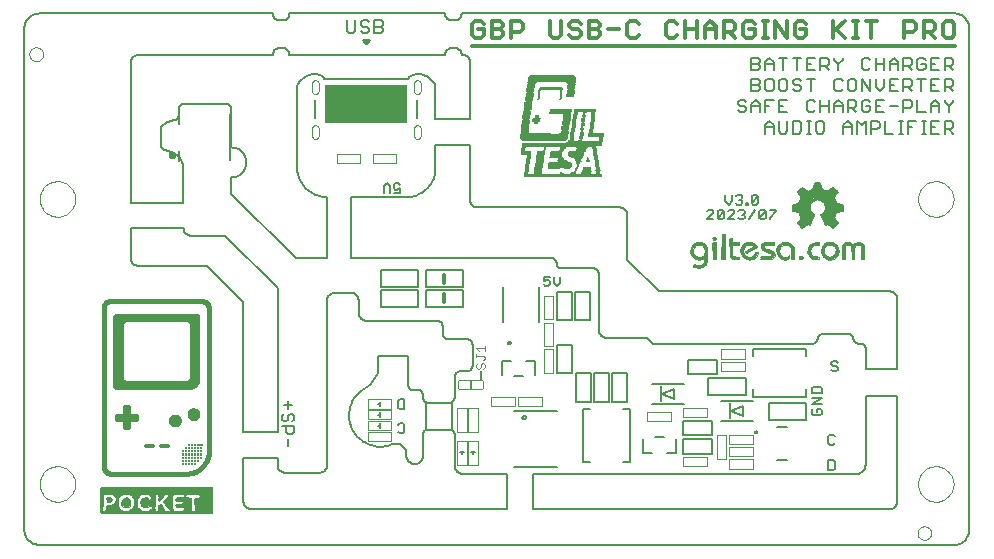
<source format=gto>
G75*
G70*
%OFA0B0*%
%FSLAX24Y24*%
%IPPOS*%
%LPD*%
%AMOC8*
5,1,8,0,0,1.08239X$1,22.5*
%
%ADD10C,0.0050*%
%ADD11C,0.0060*%
%ADD12C,0.0130*%
%ADD13C,0.0080*%
%ADD14C,0.0118*%
%ADD15C,0.0040*%
%ADD16C,0.0000*%
%ADD17C,0.0100*%
%ADD18R,0.2750X0.1300*%
%ADD19C,0.0004*%
%ADD20C,0.0070*%
%ADD21C,0.0160*%
%ADD22C,0.0039*%
%ADD23C,0.0079*%
%ADD24R,0.0079X0.0551*%
%ADD25C,0.0140*%
%ADD26C,0.0020*%
%ADD27R,0.2579X0.0021*%
%ADD28R,0.2579X0.0021*%
%ADD29R,0.2537X0.0021*%
%ADD30R,0.0126X0.0021*%
%ADD31R,0.0294X0.0021*%
%ADD32R,0.0147X0.0021*%
%ADD33R,0.0189X0.0021*%
%ADD34R,0.0356X0.0021*%
%ADD35R,0.0126X0.0021*%
%ADD36R,0.0294X0.0021*%
%ADD37R,0.0063X0.0021*%
%ADD38R,0.0147X0.0021*%
%ADD39R,0.0335X0.0021*%
%ADD40R,0.0147X0.0021*%
%ADD41R,0.0126X0.0021*%
%ADD42R,0.0335X0.0021*%
%ADD43R,0.0147X0.0021*%
%ADD44R,0.0294X0.0021*%
%ADD45R,0.0084X0.0021*%
%ADD46R,0.0314X0.0021*%
%ADD47R,0.0294X0.0021*%
%ADD48R,0.0084X0.0021*%
%ADD49R,0.0063X0.0021*%
%ADD50R,0.0273X0.0021*%
%ADD51R,0.0168X0.0021*%
%ADD52R,0.0294X0.0021*%
%ADD53R,0.0273X0.0021*%
%ADD54R,0.0063X0.0021*%
%ADD55R,0.0252X0.0021*%
%ADD56R,0.0126X0.0021*%
%ADD57R,0.0398X0.0021*%
%ADD58R,0.0189X0.0021*%
%ADD59R,0.0063X0.0021*%
%ADD60R,0.0252X0.0021*%
%ADD61R,0.0419X0.0021*%
%ADD62R,0.0755X0.0021*%
%ADD63R,0.0231X0.0021*%
%ADD64R,0.0776X0.0021*%
%ADD65R,0.0776X0.0021*%
%ADD66R,0.0084X0.0021*%
%ADD67R,0.0126X0.0021*%
%ADD68R,0.0776X0.0021*%
%ADD69R,0.0105X0.0021*%
%ADD70R,0.0755X0.0021*%
%ADD71R,0.0105X0.0021*%
%ADD72R,0.0734X0.0021*%
%ADD73R,0.0419X0.0021*%
%ADD74R,0.0147X0.0021*%
%ADD75R,0.0356X0.0021*%
%ADD76R,0.0168X0.0021*%
%ADD77R,0.0105X0.0021*%
%ADD78R,0.0314X0.0021*%
%ADD79R,0.0105X0.0021*%
%ADD80R,0.0252X0.0021*%
%ADD81R,0.0189X0.0021*%
%ADD82R,0.0084X0.0021*%
%ADD83R,0.0231X0.0021*%
%ADD84R,0.0042X0.0021*%
%ADD85R,0.0210X0.0021*%
%ADD86R,0.0252X0.0021*%
%ADD87R,0.0042X0.0021*%
%ADD88R,0.0335X0.0021*%
%ADD89R,0.0021X0.0021*%
%ADD90R,0.0440X0.0021*%
%ADD91R,0.0419X0.0021*%
%ADD92R,0.0021X0.0021*%
%ADD93R,0.0482X0.0021*%
%ADD94R,0.0419X0.0021*%
%ADD95R,0.0524X0.0021*%
%ADD96R,0.0545X0.0021*%
%ADD97R,0.0398X0.0021*%
%ADD98R,0.0545X0.0021*%
%ADD99R,0.0398X0.0021*%
%ADD100R,0.0566X0.0021*%
%ADD101R,0.0335X0.0021*%
%ADD102R,0.0566X0.0021*%
%ADD103R,0.0545X0.0021*%
%ADD104R,0.0419X0.0021*%
%ADD105R,0.0126X0.0021*%
%ADD106R,0.0335X0.0021*%
%ADD107R,0.0168X0.0021*%
%ADD108R,0.0377X0.0021*%
%ADD109R,0.2474X0.0021*%
%ADD110R,0.2474X0.0021*%
%ADD111R,0.2663X0.0021*%
%ADD112R,0.2663X0.0021*%
%ADD113R,0.2663X0.0021*%
%ADD114R,0.1174X0.0021*%
%ADD115R,0.1153X0.0021*%
%ADD116R,0.0105X0.0021*%
%ADD117R,0.1405X0.0021*%
%ADD118R,0.1489X0.0021*%
%ADD119R,0.1510X0.0021*%
%ADD120R,0.1551X0.0021*%
%ADD121R,0.1572X0.0021*%
%ADD122R,0.1593X0.0021*%
%ADD123R,0.1593X0.0021*%
%ADD124R,0.0503X0.0021*%
%ADD125R,0.1593X0.0021*%
%ADD126R,0.0503X0.0021*%
%ADD127R,0.1614X0.0021*%
%ADD128R,0.0503X0.0021*%
%ADD129R,0.1027X0.0021*%
%ADD130R,0.0482X0.0021*%
%ADD131R,0.0252X0.0021*%
%ADD132R,0.0252X0.0021*%
%ADD133R,0.0105X0.0021*%
%ADD134R,0.0210X0.0021*%
%ADD135R,0.0084X0.0021*%
%ADD136R,0.0734X0.0021*%
%ADD137R,0.0713X0.0021*%
%ADD138R,0.0713X0.0021*%
%ADD139R,0.0734X0.0021*%
%ADD140R,0.0734X0.0021*%
%ADD141R,0.0755X0.0021*%
%ADD142R,0.0755X0.0021*%
%ADD143R,0.0713X0.0021*%
%ADD144R,0.0063X0.0021*%
%ADD145R,0.0797X0.0021*%
%ADD146R,0.0314X0.0021*%
%ADD147R,0.1593X0.0021*%
%ADD148R,0.1593X0.0021*%
%ADD149R,0.1593X0.0021*%
%ADD150R,0.1572X0.0021*%
%ADD151R,0.1572X0.0021*%
%ADD152R,0.1551X0.0021*%
%ADD153R,0.1510X0.0021*%
%ADD154R,0.1489X0.0021*%
%ADD155R,0.1426X0.0021*%
D10*
X001427Y000927D02*
X031912Y000927D01*
X031957Y000928D01*
X032000Y000934D01*
X032044Y000943D01*
X032086Y000956D01*
X032127Y000972D01*
X032166Y000992D01*
X032204Y001015D01*
X032239Y001042D01*
X032272Y001071D01*
X032302Y001104D01*
X032329Y001138D01*
X032353Y001175D01*
X032374Y001214D01*
X032392Y001255D01*
X032405Y001297D01*
X032415Y001340D01*
X032422Y001383D01*
X032424Y001427D01*
X032423Y001427D02*
X032423Y018144D01*
X032424Y018145D02*
X032421Y018188D01*
X032415Y018232D01*
X032405Y018275D01*
X032391Y018317D01*
X032374Y018357D01*
X032353Y018396D01*
X032329Y018433D01*
X032302Y018468D01*
X032271Y018500D01*
X032239Y018529D01*
X032203Y018555D01*
X032166Y018579D01*
X032127Y018598D01*
X032086Y018615D01*
X032043Y018627D01*
X032000Y018636D01*
X031957Y018642D01*
X031912Y018643D01*
X031912Y018642D02*
X015500Y018642D01*
X015500Y018614D01*
X015496Y018586D01*
X015489Y018559D01*
X015478Y018533D01*
X015464Y018509D01*
X015447Y018487D01*
X015427Y018467D01*
X015405Y018450D01*
X015381Y018436D01*
X015355Y018425D01*
X015328Y018418D01*
X015300Y018414D01*
X015150Y018414D01*
X015122Y018418D01*
X015095Y018425D01*
X015069Y018436D01*
X015045Y018450D01*
X015023Y018467D01*
X015003Y018487D01*
X014986Y018509D01*
X014972Y018533D01*
X014961Y018559D01*
X014954Y018586D01*
X014950Y018614D01*
X014950Y018642D01*
X009762Y018642D01*
X009762Y018614D01*
X009758Y018586D01*
X009751Y018559D01*
X009740Y018533D01*
X009726Y018509D01*
X009709Y018487D01*
X009689Y018467D01*
X009667Y018450D01*
X009643Y018436D01*
X009617Y018425D01*
X009590Y018418D01*
X009562Y018414D01*
X009412Y018414D01*
X009413Y018414D02*
X009384Y018418D01*
X009357Y018425D01*
X009331Y018435D01*
X009306Y018449D01*
X009283Y018466D01*
X009263Y018486D01*
X009245Y018508D01*
X009231Y018533D01*
X009219Y018559D01*
X009212Y018586D01*
X009208Y018614D01*
X009207Y018642D01*
X001427Y018642D01*
X001383Y018640D01*
X001340Y018635D01*
X001298Y018625D01*
X001256Y018612D01*
X001216Y018596D01*
X001177Y018576D01*
X001141Y018552D01*
X001106Y018526D01*
X001074Y018497D01*
X001044Y018465D01*
X001018Y018430D01*
X000994Y018393D01*
X000974Y018355D01*
X000957Y018315D01*
X000944Y018273D01*
X000935Y018231D01*
X000929Y018187D01*
X000927Y018144D01*
X000927Y001427D01*
X000929Y001383D01*
X000935Y001340D01*
X000944Y001298D01*
X000957Y001256D01*
X000974Y001216D01*
X000994Y001177D01*
X001017Y001140D01*
X001044Y001106D01*
X001073Y001073D01*
X001106Y001044D01*
X001140Y001017D01*
X001177Y000994D01*
X001216Y000974D01*
X001256Y000957D01*
X001298Y000944D01*
X001340Y000935D01*
X001383Y000929D01*
X001427Y000927D01*
X003486Y002015D02*
X005760Y002013D01*
X005780Y002023D02*
X006838Y002010D01*
X006856Y002016D02*
X006797Y002790D01*
X006764Y002787D02*
X006776Y002669D01*
X005519Y002707D01*
X004871Y002677D01*
X004683Y002604D01*
X004554Y002607D01*
X004416Y002676D01*
X004272Y002700D01*
X004106Y002647D01*
X003934Y002634D01*
X003935Y002593D02*
X003842Y002650D01*
X003719Y002665D01*
X003576Y002644D01*
X003537Y002622D01*
X003492Y002611D01*
X003485Y002796D01*
X006764Y002787D01*
X006734Y002753D02*
X006740Y002708D01*
X003512Y002716D01*
X003533Y002654D01*
X003563Y002680D01*
X003579Y002683D02*
X004155Y002690D01*
X003872Y002649D01*
X003935Y002593D02*
X004142Y002610D01*
X004229Y002651D01*
X004326Y002660D01*
X004392Y002648D01*
X004478Y002624D01*
X004547Y002562D01*
X004718Y002564D01*
X004745Y002591D01*
X004798Y002630D01*
X004874Y002654D01*
X004965Y002666D01*
X005003Y002659D01*
X005045Y002648D01*
X005349Y002666D01*
X005360Y002661D02*
X005637Y002674D01*
X005457Y002521D01*
X005426Y002634D01*
X005559Y002643D01*
X005475Y002587D01*
X005465Y002605D01*
X005404Y002619D02*
X005360Y002661D01*
X005404Y002619D02*
X005431Y002527D01*
X005420Y002436D01*
X005607Y002634D01*
X005659Y002659D01*
X005920Y002664D01*
X006324Y002657D01*
X006687Y002654D01*
X006752Y002642D01*
X006805Y002609D01*
X006788Y002500D02*
X006812Y002073D01*
X006657Y002072D01*
X006663Y002438D01*
X006694Y002110D01*
X006701Y002428D01*
X006734Y002108D01*
X006742Y002429D01*
X006751Y002441D01*
X006771Y002098D01*
X006825Y002035D02*
X006207Y002031D01*
X006262Y002053D02*
X006291Y002100D01*
X006265Y002529D01*
X006302Y002481D01*
X006401Y002476D01*
X006432Y002066D01*
X006320Y002076D01*
X006314Y002453D01*
X006363Y002442D01*
X006398Y002100D01*
X006356Y002096D01*
X006341Y002400D01*
X006230Y002386D02*
X006192Y002430D01*
X006187Y002426D02*
X006191Y002444D01*
X006032Y002451D01*
X005995Y002430D02*
X006187Y002426D01*
X006221Y002460D02*
X006234Y002442D01*
X006257Y002196D01*
X006228Y002213D01*
X006159Y002199D01*
X006001Y002205D01*
X005994Y002251D01*
X006150Y002265D01*
X006215Y002298D01*
X006232Y002335D01*
X006218Y002251D01*
X006038Y002227D01*
X005995Y002430D02*
X005999Y002480D01*
X006230Y002487D01*
X006255Y002509D01*
X006273Y002604D02*
X006256Y002632D01*
X006236Y002657D01*
X006293Y002628D02*
X006326Y002647D01*
X006439Y002480D02*
X006446Y002113D01*
X006467Y002050D01*
X006262Y002053D01*
X006603Y002029D02*
X006633Y002096D01*
X006625Y002472D01*
X006725Y002466D01*
X006766Y002475D01*
X006788Y002500D01*
X006734Y002753D02*
X003510Y002755D01*
X003485Y002836D02*
X007160Y002829D01*
X007156Y002012D01*
X007116Y002017D01*
X007115Y002804D01*
X007068Y002809D01*
X007077Y002008D01*
X007033Y002021D01*
X007025Y002797D01*
X006975Y002816D01*
X006998Y002007D01*
X006963Y002014D01*
X006927Y002805D01*
X006881Y002799D02*
X006932Y002006D01*
X006895Y002011D02*
X006856Y002016D01*
X006895Y002011D02*
X006839Y002809D01*
X005899Y002647D02*
X005831Y002607D01*
X005823Y002544D01*
X005808Y002352D01*
X005812Y002220D01*
X005821Y002140D01*
X005850Y002085D01*
X005909Y002038D01*
X005796Y002039D01*
X005817Y002070D01*
X005796Y002129D01*
X005594Y002369D01*
X005696Y002220D01*
X005723Y002192D01*
X005780Y002192D02*
X005651Y002358D01*
X005761Y002487D01*
X005758Y002264D01*
X005699Y002352D01*
X005737Y002406D01*
X005730Y002340D01*
X005658Y002431D02*
X005714Y002482D01*
X005743Y002520D01*
X005767Y002583D01*
X005759Y002595D01*
X005793Y002603D01*
X005780Y002192D01*
X005643Y002027D02*
X005443Y002047D01*
X005454Y002192D01*
X005552Y002061D01*
X005482Y002070D01*
X005472Y002116D01*
X005508Y002168D02*
X005589Y002064D01*
X005643Y002027D01*
X005508Y002168D02*
X005457Y002256D01*
X005425Y002224D01*
X005418Y002070D01*
X005394Y002040D01*
X005383Y002028D02*
X003534Y002030D01*
X003525Y002045D02*
X003506Y002067D01*
X003509Y002599D01*
X003491Y002616D02*
X003493Y002023D01*
X003525Y002045D01*
X003661Y002042D02*
X003684Y002076D01*
X003691Y002222D01*
X003814Y002220D01*
X003891Y002242D01*
X003937Y002278D01*
X003985Y002348D01*
X004003Y002375D01*
X004003Y002469D01*
X003980Y002547D01*
X003959Y002557D01*
X004120Y002591D01*
X004064Y002553D01*
X004032Y002493D01*
X004020Y002438D01*
X004018Y002538D01*
X004008Y002345D02*
X003966Y002250D01*
X003884Y002193D01*
X003720Y002189D01*
X003721Y002158D02*
X003998Y002164D01*
X003985Y002224D01*
X003925Y002184D01*
X004008Y002240D02*
X004032Y002171D01*
X004118Y002072D01*
X004191Y002048D01*
X004105Y002064D02*
X003700Y002062D01*
X003699Y002096D02*
X004060Y002098D01*
X004037Y002137D02*
X003710Y002134D01*
X003721Y002158D01*
X003699Y002392D02*
X003785Y002393D01*
X003815Y002419D01*
X003815Y002465D01*
X003759Y002496D01*
X003726Y002495D01*
X003734Y002432D01*
X003783Y002431D01*
X003749Y002459D01*
X003696Y002494D02*
X003699Y002392D01*
X004008Y002345D02*
X004008Y002240D01*
X004180Y002298D02*
X004198Y002400D01*
X004221Y002438D01*
X004366Y002439D01*
X004390Y002391D01*
X004393Y002282D01*
X004341Y002251D01*
X004254Y002252D01*
X004222Y002285D01*
X004245Y002402D01*
X004350Y002400D01*
X004348Y002299D01*
X004265Y002293D01*
X004281Y002362D01*
X004313Y002368D01*
X004308Y002330D01*
X004265Y002208D02*
X004198Y002253D01*
X004180Y002298D01*
X004265Y002208D02*
X004365Y002212D01*
X004432Y002273D01*
X004424Y002420D01*
X004356Y002476D01*
X004264Y002473D01*
X004238Y002448D01*
X004444Y002686D02*
X004815Y002688D01*
X004663Y002638D01*
X004511Y002651D01*
X004557Y002537D02*
X004605Y002477D01*
X004621Y002372D01*
X004622Y002276D01*
X004581Y002163D01*
X004503Y002085D01*
X004429Y002047D01*
X004819Y002045D01*
X004719Y002114D01*
X004655Y002226D01*
X004649Y002277D01*
X004545Y002075D01*
X004723Y002068D01*
X004636Y002194D01*
X004595Y002102D01*
X004679Y002091D01*
X004638Y002134D01*
X004653Y002293D02*
X004648Y002430D01*
X004705Y002546D01*
X004607Y002539D01*
X004638Y002462D01*
X004644Y002506D01*
X004836Y002408D02*
X004824Y002326D01*
X004838Y002259D01*
X004861Y002231D01*
X004888Y002212D01*
X004934Y002202D01*
X004989Y002201D01*
X005021Y002212D01*
X005089Y002253D01*
X005080Y002366D01*
X004874Y002371D01*
X005050Y002328D01*
X004866Y002336D01*
X004875Y002275D01*
X004898Y002297D01*
X005053Y002284D01*
X004989Y002238D01*
X004892Y002246D01*
X004908Y002268D01*
X004980Y002267D01*
X005121Y002259D02*
X005115Y002405D01*
X005218Y002364D01*
X005201Y002229D01*
X005159Y002260D01*
X005151Y002366D01*
X005188Y002344D01*
X005181Y002289D01*
X005207Y002203D02*
X005210Y002074D01*
X005177Y002086D02*
X005197Y002121D01*
X005213Y002168D01*
X005207Y002203D01*
X005231Y002134D02*
X005260Y002055D01*
X005087Y002042D01*
X005177Y002086D01*
X005231Y002134D02*
X005248Y002376D01*
X005253Y002395D02*
X005236Y002574D01*
X005262Y002637D01*
X005282Y002646D01*
X005141Y002634D01*
X005213Y002605D01*
X005173Y002597D01*
X005213Y002532D01*
X005214Y002424D01*
X005253Y002395D02*
X005149Y002416D01*
X005201Y002485D01*
X005169Y002555D01*
X005119Y002607D01*
X005086Y002639D01*
X004979Y002484D02*
X004904Y002473D01*
X004859Y002441D01*
X004848Y002425D01*
X004985Y002442D01*
X004979Y002484D02*
X005047Y002431D01*
X005095Y002412D02*
X004836Y002408D01*
X005608Y002375D02*
X005658Y002431D01*
X005748Y002629D02*
X005899Y002647D01*
X005748Y002629D02*
X005721Y002647D01*
X008225Y002376D02*
X008225Y003826D01*
X009365Y003826D01*
X009365Y003586D01*
X009367Y003556D01*
X009372Y003526D01*
X009381Y003497D01*
X009394Y003470D01*
X009409Y003444D01*
X009428Y003420D01*
X009449Y003399D01*
X009473Y003380D01*
X009499Y003365D01*
X009526Y003352D01*
X009555Y003343D01*
X009585Y003338D01*
X009615Y003336D01*
X010765Y003336D01*
X010795Y003338D01*
X010825Y003343D01*
X010854Y003352D01*
X010881Y003365D01*
X010907Y003380D01*
X010931Y003399D01*
X010952Y003420D01*
X010971Y003444D01*
X010986Y003470D01*
X010999Y003497D01*
X011008Y003526D01*
X011013Y003556D01*
X011015Y003586D01*
X011015Y009086D01*
X011017Y009116D01*
X011022Y009146D01*
X011031Y009175D01*
X011044Y009202D01*
X011059Y009228D01*
X011078Y009252D01*
X011099Y009273D01*
X011123Y009292D01*
X011149Y009307D01*
X011176Y009320D01*
X011205Y009329D01*
X011235Y009334D01*
X011265Y009336D01*
X011815Y009336D01*
X011845Y009334D01*
X011875Y009329D01*
X011904Y009320D01*
X011931Y009307D01*
X011957Y009292D01*
X011981Y009273D01*
X012002Y009252D01*
X012021Y009228D01*
X012036Y009202D01*
X012049Y009175D01*
X012058Y009146D01*
X012063Y009116D01*
X012065Y009086D01*
X012065Y008686D01*
X012067Y008652D01*
X012073Y008619D01*
X012082Y008587D01*
X012095Y008556D01*
X012111Y008526D01*
X012130Y008499D01*
X012153Y008474D01*
X012178Y008451D01*
X012205Y008432D01*
X012235Y008416D01*
X012266Y008403D01*
X012298Y008394D01*
X012331Y008388D01*
X012365Y008386D01*
X014715Y008386D01*
X014738Y008384D01*
X014761Y008379D01*
X014783Y008370D01*
X014803Y008357D01*
X014821Y008342D01*
X014836Y008324D01*
X014849Y008304D01*
X014858Y008282D01*
X014863Y008259D01*
X014865Y008236D01*
X014865Y007986D01*
X014865Y007985D02*
X014868Y007957D01*
X014876Y007930D01*
X014887Y007904D01*
X014901Y007880D01*
X014919Y007858D01*
X014939Y007838D01*
X014961Y007821D01*
X014986Y007807D01*
X015012Y007796D01*
X015039Y007789D01*
X015067Y007785D01*
X015096Y007786D01*
X015665Y007786D01*
X015691Y007784D01*
X015717Y007779D01*
X015742Y007771D01*
X015765Y007759D01*
X015787Y007745D01*
X015806Y007727D01*
X015824Y007708D01*
X015838Y007686D01*
X015850Y007663D01*
X015858Y007638D01*
X015863Y007612D01*
X015865Y007586D01*
X015865Y006896D01*
X015861Y006869D01*
X015854Y006843D01*
X015843Y006818D01*
X015829Y006795D01*
X015812Y006774D01*
X015792Y006756D01*
X015769Y006741D01*
X015745Y006729D01*
X015719Y006721D01*
X015692Y006717D01*
X015665Y006716D01*
X015465Y006716D01*
X015439Y006714D01*
X015413Y006709D01*
X015388Y006701D01*
X015365Y006689D01*
X015343Y006675D01*
X015324Y006657D01*
X015306Y006638D01*
X015292Y006616D01*
X015280Y006593D01*
X015272Y006568D01*
X015267Y006542D01*
X015265Y006516D01*
X015265Y005830D01*
X015262Y005806D01*
X015256Y005784D01*
X015247Y005762D01*
X015235Y005742D01*
X015220Y005724D01*
X015203Y005708D01*
X015183Y005695D01*
X015162Y005685D01*
X015140Y005678D01*
X015117Y005674D01*
X015094Y005673D01*
X015093Y005673D02*
X014360Y005673D01*
X014315Y005673D02*
X014315Y004773D01*
X014391Y004773D02*
X015115Y004773D01*
X015165Y004773D02*
X015165Y005673D01*
X014360Y005674D02*
X014337Y005678D01*
X014315Y005685D01*
X014294Y005695D01*
X014275Y005708D01*
X014258Y005724D01*
X014244Y005742D01*
X014232Y005762D01*
X014223Y005783D01*
X014217Y005805D01*
X014214Y005828D01*
X014215Y005851D01*
X014215Y005913D01*
X014215Y005914D02*
X014215Y005937D01*
X014211Y005960D01*
X014205Y005982D01*
X014195Y006003D01*
X014183Y006022D01*
X014168Y006039D01*
X014150Y006054D01*
X014131Y006067D01*
X014110Y006076D01*
X014088Y006082D01*
X014065Y006086D01*
X013875Y006086D01*
X013875Y006087D02*
X013852Y006090D01*
X013830Y006097D01*
X013809Y006107D01*
X013789Y006120D01*
X013772Y006136D01*
X013756Y006153D01*
X013744Y006173D01*
X013735Y006195D01*
X013728Y006217D01*
X013725Y006240D01*
X013726Y006264D01*
X013725Y006263D02*
X013725Y007213D01*
X012725Y007213D01*
X012725Y006713D01*
X012704Y006656D01*
X012681Y006600D01*
X012654Y006546D01*
X012624Y006493D01*
X012592Y006442D01*
X012556Y006393D01*
X012518Y006346D01*
X012478Y006301D01*
X012435Y006258D01*
X012389Y006218D01*
X012341Y006181D01*
X012292Y006146D01*
X012240Y006114D01*
X012187Y006085D01*
X012794Y005704D02*
X012794Y005626D01*
X012715Y005626D01*
X012794Y005626D02*
X012794Y005547D01*
X012794Y005344D02*
X012794Y005266D01*
X012715Y005266D01*
X012794Y005266D02*
X012794Y005187D01*
X013239Y004304D02*
X013182Y004278D01*
X013123Y004256D01*
X013063Y004238D01*
X013001Y004224D01*
X012939Y004213D01*
X012877Y004206D01*
X012814Y004202D01*
X012751Y004203D01*
X012688Y004207D01*
X012626Y004215D01*
X012564Y004227D01*
X012503Y004243D01*
X012443Y004262D01*
X012385Y004285D01*
X012328Y004311D01*
X012272Y004341D01*
X012219Y004374D01*
X012167Y004410D01*
X012118Y004449D01*
X012072Y004491D01*
X012027Y004536D01*
X011986Y004584D01*
X011948Y004634D01*
X011913Y004686D01*
X011881Y004740D01*
X011852Y004796D01*
X011827Y004854D01*
X011805Y004913D01*
X011787Y004973D01*
X011773Y005034D01*
X011762Y005096D01*
X011755Y005159D01*
X011752Y005222D01*
X011753Y005284D01*
X011757Y005347D01*
X011766Y005410D01*
X011778Y005471D01*
X011794Y005532D01*
X011813Y005592D01*
X011836Y005651D01*
X011863Y005708D01*
X011893Y005763D01*
X011926Y005816D01*
X011962Y005868D01*
X012002Y005917D01*
X012044Y005963D01*
X012089Y006007D01*
X012137Y006048D01*
X012187Y006086D01*
X012794Y004984D02*
X012794Y004906D01*
X012715Y004906D01*
X012794Y004906D02*
X012794Y004827D01*
X013240Y004303D02*
X013460Y004303D01*
X013660Y004103D01*
X013660Y003903D01*
X013659Y003903D02*
X013661Y003871D01*
X013666Y003839D01*
X013676Y003808D01*
X013689Y003778D01*
X013705Y003750D01*
X013724Y003724D01*
X013746Y003701D01*
X013771Y003680D01*
X013798Y003662D01*
X013827Y003648D01*
X013857Y003637D01*
X013889Y003629D01*
X013921Y003625D01*
X013953Y003625D01*
X013985Y003629D01*
X014017Y003637D01*
X014047Y003648D01*
X014076Y003662D01*
X014103Y003680D01*
X014128Y003701D01*
X014150Y003724D01*
X014169Y003750D01*
X014185Y003778D01*
X014198Y003808D01*
X014208Y003839D01*
X014213Y003871D01*
X014215Y003903D01*
X014215Y004625D01*
X014218Y004648D01*
X014225Y004670D01*
X014235Y004691D01*
X014248Y004711D01*
X014263Y004728D01*
X014281Y004743D01*
X014301Y004755D01*
X014322Y004765D01*
X014345Y004771D01*
X014368Y004774D01*
X014391Y004773D01*
X015115Y004773D02*
X015138Y004770D01*
X015160Y004763D01*
X015180Y004754D01*
X015200Y004742D01*
X015217Y004727D01*
X015232Y004710D01*
X015245Y004691D01*
X015254Y004670D01*
X015261Y004648D01*
X015264Y004626D01*
X015265Y004603D01*
X015265Y003586D01*
X015267Y003552D01*
X015273Y003519D01*
X015282Y003487D01*
X015295Y003456D01*
X015311Y003426D01*
X015330Y003399D01*
X015353Y003374D01*
X015378Y003351D01*
X015405Y003332D01*
X015435Y003316D01*
X015466Y003303D01*
X015498Y003294D01*
X015531Y003288D01*
X015565Y003286D01*
X017025Y003286D01*
X017025Y002126D01*
X008475Y002126D01*
X008445Y002128D01*
X008415Y002133D01*
X008386Y002142D01*
X008359Y002155D01*
X008333Y002170D01*
X008309Y002189D01*
X008288Y002210D01*
X008269Y002234D01*
X008254Y002260D01*
X008241Y002287D01*
X008232Y002316D01*
X008227Y002346D01*
X008225Y002376D01*
X008225Y004676D02*
X009365Y004676D01*
X009365Y009486D01*
X007615Y011236D01*
X006515Y011236D01*
X006485Y011235D01*
X006455Y011237D01*
X006426Y011243D01*
X006398Y011252D01*
X006370Y011263D01*
X006344Y011278D01*
X006320Y011296D01*
X006299Y011316D01*
X006279Y011339D01*
X006262Y011364D01*
X006248Y011390D01*
X006237Y011418D01*
X006230Y011447D01*
X006225Y011476D01*
X004475Y011476D01*
X004475Y010476D01*
X004477Y010446D01*
X004482Y010416D01*
X004491Y010387D01*
X004504Y010360D01*
X004519Y010334D01*
X004538Y010310D01*
X004559Y010289D01*
X004583Y010270D01*
X004609Y010255D01*
X004636Y010242D01*
X004665Y010233D01*
X004695Y010228D01*
X004725Y010226D01*
X007025Y010226D01*
X008225Y009026D01*
X008225Y004676D01*
X015438Y004029D02*
X015516Y004029D01*
X015516Y003950D01*
X015516Y004029D02*
X015595Y004029D01*
X015798Y004029D02*
X015876Y004029D01*
X015876Y003950D01*
X015876Y004029D02*
X015955Y004029D01*
X017875Y003286D02*
X017875Y002126D01*
X029775Y002126D01*
X029805Y002128D01*
X029835Y002133D01*
X029864Y002142D01*
X029891Y002155D01*
X029917Y002170D01*
X029941Y002189D01*
X029962Y002210D01*
X029981Y002234D01*
X029996Y002260D01*
X030009Y002287D01*
X030018Y002316D01*
X030023Y002346D01*
X030025Y002376D01*
X030025Y005901D01*
X028965Y005901D01*
X028965Y003636D01*
X028966Y003602D01*
X028963Y003568D01*
X028957Y003534D01*
X028947Y003502D01*
X028934Y003470D01*
X028918Y003440D01*
X028898Y003412D01*
X028876Y003386D01*
X028851Y003363D01*
X028824Y003342D01*
X028795Y003324D01*
X028764Y003310D01*
X028732Y003298D01*
X028699Y003290D01*
X028665Y003286D01*
X017875Y003286D01*
X019532Y003699D02*
X019779Y003699D01*
X019532Y003699D02*
X019532Y005451D01*
X019779Y005451D01*
X020880Y005451D02*
X021126Y005451D01*
X021126Y003699D01*
X020880Y003699D01*
X021835Y005631D02*
X022898Y005631D01*
X022898Y006280D02*
X021835Y006280D01*
X021865Y007636D02*
X021665Y007836D01*
X020325Y007836D01*
X020295Y007838D01*
X020265Y007843D01*
X020236Y007852D01*
X020209Y007865D01*
X020183Y007880D01*
X020159Y007899D01*
X020138Y007920D01*
X020119Y007944D01*
X020104Y007970D01*
X020091Y007997D01*
X020082Y008026D01*
X020077Y008056D01*
X020075Y008086D01*
X020075Y009955D01*
X020072Y009983D01*
X020066Y010009D01*
X020056Y010035D01*
X020043Y010059D01*
X020027Y010081D01*
X020008Y010101D01*
X019986Y010118D01*
X019963Y010132D01*
X019938Y010143D01*
X019912Y010151D01*
X019885Y010155D01*
X019858Y010156D01*
X019858Y010155D02*
X018821Y010155D01*
X018798Y010157D01*
X018776Y010162D01*
X018755Y010170D01*
X018735Y010182D01*
X018718Y010197D01*
X018703Y010214D01*
X018690Y010234D01*
X018681Y010255D01*
X018676Y010277D01*
X018674Y010300D01*
X018675Y010299D02*
X018674Y010325D01*
X018670Y010349D01*
X018663Y010374D01*
X018652Y010396D01*
X018638Y010417D01*
X018621Y010436D01*
X018602Y010452D01*
X018580Y010466D01*
X018557Y010476D01*
X018533Y010483D01*
X018508Y010486D01*
X011825Y010486D01*
X011825Y012524D01*
X013725Y012524D01*
X013446Y012670D02*
X013446Y012825D01*
X013342Y012774D01*
X013291Y012774D01*
X013239Y012825D01*
X013239Y012929D01*
X013291Y012980D01*
X013394Y012980D01*
X013446Y012929D01*
X013114Y012877D02*
X013011Y012980D01*
X012907Y012877D01*
X012907Y012670D01*
X013114Y012670D02*
X013114Y012877D01*
X013239Y012670D02*
X013446Y012670D01*
X013724Y012525D02*
X013785Y012530D01*
X013846Y012540D01*
X013905Y012553D01*
X013964Y012570D01*
X014022Y012590D01*
X014078Y012615D01*
X014132Y012642D01*
X014185Y012673D01*
X014235Y012708D01*
X014283Y012745D01*
X014329Y012786D01*
X014372Y012829D01*
X014413Y012875D01*
X014450Y012924D01*
X014484Y012974D01*
X014515Y013027D01*
X014542Y013082D01*
X014566Y013138D01*
X014586Y013196D01*
X014603Y013255D01*
X014616Y013314D01*
X014625Y013375D01*
X014625Y013374D02*
X014625Y014264D01*
X015785Y014264D01*
X015785Y012426D01*
X015787Y012396D01*
X015792Y012366D01*
X015801Y012337D01*
X015814Y012310D01*
X015829Y012284D01*
X015848Y012260D01*
X015869Y012239D01*
X015893Y012220D01*
X015919Y012205D01*
X015946Y012192D01*
X015975Y012183D01*
X016005Y012178D01*
X016035Y012176D01*
X020775Y012176D01*
X020805Y012174D01*
X020835Y012169D01*
X020864Y012160D01*
X020891Y012147D01*
X020917Y012132D01*
X020941Y012113D01*
X020962Y012092D01*
X020981Y012068D01*
X020996Y012042D01*
X021009Y012015D01*
X021018Y011986D01*
X021023Y011956D01*
X021025Y011926D01*
X021025Y010436D01*
X022075Y009376D01*
X029775Y009376D01*
X029805Y009374D01*
X029835Y009369D01*
X029864Y009360D01*
X029891Y009347D01*
X029917Y009332D01*
X029941Y009313D01*
X029962Y009292D01*
X029981Y009268D01*
X029996Y009242D01*
X030009Y009215D01*
X030018Y009186D01*
X030023Y009156D01*
X030025Y009126D01*
X030025Y006801D01*
X028965Y006801D01*
X028965Y007455D01*
X028966Y007479D01*
X028964Y007502D01*
X028958Y007524D01*
X028949Y007546D01*
X028938Y007566D01*
X028923Y007584D01*
X028906Y007600D01*
X028887Y007614D01*
X028866Y007624D01*
X028844Y007632D01*
X028822Y007636D01*
X028821Y007636D02*
X028758Y007636D01*
X028732Y007635D01*
X028706Y007639D01*
X028680Y007646D01*
X028656Y007657D01*
X028634Y007671D01*
X028614Y007688D01*
X028596Y007708D01*
X028582Y007730D01*
X028570Y007753D01*
X028563Y007779D01*
X028559Y007805D01*
X028558Y007805D02*
X028556Y007828D01*
X028551Y007851D01*
X028542Y007873D01*
X028529Y007893D01*
X028514Y007911D01*
X028496Y007926D01*
X028476Y007939D01*
X028454Y007948D01*
X028431Y007953D01*
X028408Y007955D01*
X027521Y007955D01*
X027498Y007953D01*
X027475Y007948D01*
X027453Y007939D01*
X027433Y007926D01*
X027415Y007911D01*
X027400Y007893D01*
X027387Y007873D01*
X027378Y007851D01*
X027373Y007828D01*
X027371Y007805D01*
X027367Y007779D01*
X027360Y007753D01*
X027348Y007730D01*
X027334Y007708D01*
X027316Y007688D01*
X027296Y007671D01*
X027274Y007657D01*
X027250Y007646D01*
X027224Y007639D01*
X027198Y007635D01*
X027172Y007636D01*
X027171Y007636D02*
X021865Y007636D01*
X024160Y005708D02*
X025223Y005708D01*
X025213Y005863D02*
X025213Y006110D01*
X025213Y005863D02*
X026965Y005863D01*
X026965Y006110D01*
X026965Y007210D02*
X026965Y007457D01*
X025213Y007457D01*
X025213Y007210D01*
X025223Y005058D02*
X024160Y005058D01*
X018771Y009663D02*
X018667Y009560D01*
X018564Y009663D01*
X018564Y009870D01*
X018439Y009870D02*
X018232Y009870D01*
X018232Y009715D01*
X018336Y009766D01*
X018388Y009766D01*
X018439Y009715D01*
X018439Y009611D01*
X018388Y009560D01*
X018284Y009560D01*
X018232Y009611D01*
X018771Y009663D02*
X018771Y009870D01*
X023151Y010704D02*
X023171Y010839D01*
X023241Y010929D01*
X023326Y010979D01*
X023406Y010999D01*
X023501Y010984D01*
X023561Y010949D01*
X023606Y010904D01*
X023631Y010889D02*
X023666Y010814D01*
X023661Y010389D01*
X023651Y010359D02*
X023616Y010369D01*
X023581Y010299D01*
X023521Y010259D01*
X023566Y010249D02*
X023466Y010239D01*
X023336Y010234D01*
X023256Y010249D01*
X023246Y010214D02*
X023481Y010204D01*
X023566Y010249D01*
X023581Y010254D02*
X023651Y010359D01*
X023616Y010379D02*
X023626Y010414D01*
X023631Y010889D01*
X023596Y010864D02*
X023531Y010929D01*
X023451Y010964D01*
X023346Y010954D01*
X023286Y010929D01*
X023226Y010859D01*
X023191Y010784D01*
X023191Y010714D01*
X023206Y010614D01*
X023256Y010554D01*
X023336Y010509D01*
X023406Y010499D01*
X023476Y010504D01*
X023526Y010529D01*
X023521Y010489D01*
X023426Y010464D01*
X023301Y010489D01*
X023231Y010534D01*
X023186Y010594D01*
X023151Y010704D01*
X023596Y010864D02*
X023616Y010799D01*
X023896Y010989D02*
X023906Y010469D01*
X023941Y010469D01*
X023941Y010994D01*
X023921Y010994D01*
X023911Y011119D02*
X023951Y011139D01*
X023936Y011174D01*
X023896Y011169D01*
X023896Y011144D01*
X024201Y011254D02*
X024236Y011259D01*
X024236Y010469D01*
X024196Y010469D02*
X024201Y011254D01*
X024461Y011134D02*
X024496Y011134D01*
X024501Y010599D01*
X024526Y010539D01*
X024556Y010514D01*
X024711Y010504D01*
X024706Y010469D02*
X024546Y010484D01*
X024491Y010519D01*
X024466Y010599D01*
X024461Y011134D01*
X024521Y010979D02*
X024711Y010984D01*
X024706Y010949D01*
X024506Y010954D01*
X024846Y010834D02*
X024826Y010719D01*
X024851Y010619D01*
X024931Y010514D01*
X025031Y010474D01*
X025151Y010469D01*
X025236Y010499D01*
X025326Y010579D01*
X025356Y010674D01*
X025316Y010679D02*
X025301Y010619D01*
X025246Y010549D01*
X025171Y010504D01*
X025041Y010499D01*
X024941Y010549D01*
X024876Y010654D01*
X024871Y010759D01*
X024891Y010839D01*
X024941Y010909D01*
X025011Y010949D01*
X025076Y010959D01*
X025191Y010954D01*
X025276Y010869D01*
X024981Y010704D01*
X024996Y010679D01*
X025331Y010864D01*
X025311Y010894D01*
X025241Y010954D01*
X025176Y010989D01*
X025026Y010989D01*
X024911Y010934D01*
X024846Y010834D01*
X025501Y010909D02*
X025506Y010824D01*
X025551Y010774D01*
X025726Y010704D01*
X025736Y010694D02*
X025821Y010674D01*
X025861Y010624D01*
X025856Y010544D01*
X025801Y010514D01*
X025496Y010509D01*
X025491Y010469D02*
X025801Y010479D01*
X025876Y010514D01*
X025901Y010579D01*
X025901Y010634D01*
X025861Y010689D01*
X025581Y010794D01*
X025546Y010834D01*
X025546Y010904D01*
X025576Y010939D01*
X025606Y010949D01*
X025876Y010949D01*
X025876Y010984D01*
X025596Y010979D01*
X025531Y010949D01*
X025501Y010909D01*
X025761Y010749D02*
X025806Y010719D01*
X026026Y010754D02*
X026061Y010869D01*
X026131Y010949D01*
X026236Y010994D01*
X026376Y010989D01*
X026476Y010939D01*
X026526Y010869D01*
X026551Y010819D01*
X026556Y010469D01*
X026516Y010469D02*
X026521Y010794D01*
X026476Y010889D01*
X026406Y010944D01*
X026316Y010964D01*
X026226Y010959D01*
X026156Y010924D01*
X026106Y010869D01*
X026076Y010784D01*
X026066Y010669D01*
X026111Y010584D01*
X026181Y010519D01*
X026251Y010504D01*
X026331Y010499D01*
X026411Y010539D01*
X026406Y010499D01*
X026336Y010464D01*
X026191Y010474D01*
X026116Y010524D01*
X026046Y010624D01*
X026026Y010754D01*
X026776Y010529D02*
X026771Y010499D01*
X026781Y010479D01*
X026796Y010509D01*
X026776Y010529D02*
X026816Y010539D01*
X026841Y010499D01*
X026806Y010464D01*
X027101Y010589D02*
X027061Y010674D01*
X027066Y010794D01*
X027126Y010914D01*
X027246Y010974D01*
X027381Y010989D01*
X027381Y010954D01*
X027276Y010949D01*
X027166Y010899D01*
X027116Y010809D01*
X027101Y010704D01*
X027131Y010604D01*
X027221Y010529D01*
X027311Y010509D01*
X027391Y010509D01*
X027386Y010474D02*
X027251Y010484D01*
X027161Y010529D01*
X027101Y010589D01*
X027516Y010654D02*
X027581Y010539D01*
X027656Y010489D01*
X027756Y010464D01*
X027796Y010494D01*
X027701Y010509D01*
X027616Y010559D01*
X027566Y010639D01*
X027551Y010724D01*
X027571Y010829D01*
X027621Y010909D01*
X027726Y010964D01*
X027816Y010959D01*
X027916Y010924D01*
X027966Y010874D01*
X028006Y010779D01*
X027996Y010674D01*
X027971Y010609D01*
X027921Y010549D01*
X027821Y010489D01*
X027816Y010509D01*
X027866Y010479D02*
X027946Y010519D01*
X028011Y010594D01*
X028046Y010699D01*
X028031Y010824D01*
X027966Y010924D01*
X027856Y010984D01*
X027721Y010994D01*
X027821Y010999D01*
X027676Y010984D01*
X027586Y010924D01*
X027531Y010829D01*
X027511Y010764D01*
X027516Y010654D01*
X027781Y010459D02*
X027866Y010479D01*
X028206Y010469D02*
X028211Y010869D01*
X028251Y010949D01*
X028246Y010469D01*
X028531Y010474D02*
X028526Y010924D01*
X028511Y010939D02*
X028446Y010989D01*
X028386Y010999D01*
X028326Y010989D01*
X028261Y010959D01*
X028301Y010939D02*
X028346Y010959D01*
X028416Y010964D01*
X028456Y010949D01*
X028506Y010899D01*
X028571Y010924D02*
X028571Y010464D01*
X028856Y010464D02*
X028856Y010934D01*
X028836Y010949D02*
X028751Y010994D01*
X028686Y010994D01*
X028636Y010974D01*
X028596Y010949D01*
X028641Y010944D02*
X028691Y010969D01*
X028761Y010959D01*
X028811Y010929D01*
X028836Y010884D01*
X028836Y010949D01*
X028881Y010904D02*
X028896Y010474D01*
X028586Y010899D02*
X028641Y010944D01*
X028301Y010939D02*
X028271Y010899D01*
X015785Y015114D02*
X014625Y015114D01*
X014625Y016238D01*
X014605Y016282D01*
X014581Y016324D01*
X014554Y016364D01*
X014524Y016402D01*
X014491Y016437D01*
X014455Y016470D01*
X014417Y016500D01*
X014377Y016527D01*
X014334Y016550D01*
X014290Y016570D01*
X014245Y016587D01*
X014198Y016600D01*
X014151Y016609D01*
X014103Y016614D01*
X014054Y016616D01*
X014006Y016614D01*
X013958Y016608D01*
X013911Y016598D01*
X013864Y016585D01*
X013819Y016568D01*
X013718Y016474D02*
X010928Y016474D01*
X010917Y016494D01*
X010903Y016513D01*
X010888Y016530D01*
X010870Y016545D01*
X010851Y016558D01*
X010831Y016568D01*
X010025Y016238D02*
X010025Y013374D01*
X010024Y013374D02*
X010034Y013315D01*
X010048Y013256D01*
X010066Y013198D01*
X010087Y013142D01*
X010111Y013087D01*
X010139Y013033D01*
X010170Y012982D01*
X010204Y012932D01*
X010240Y012884D01*
X010280Y012839D01*
X010322Y012796D01*
X010367Y012756D01*
X010415Y012719D01*
X010464Y012684D01*
X010515Y012653D01*
X010569Y012625D01*
X010623Y012600D01*
X010680Y012578D01*
X010737Y012560D01*
X010795Y012546D01*
X010855Y012535D01*
X010914Y012527D01*
X010974Y012524D01*
X010975Y012524D02*
X011025Y012524D01*
X011025Y010486D01*
X009965Y010486D01*
X007825Y012636D01*
X007825Y013176D01*
X007869Y013178D01*
X007912Y013184D01*
X007954Y013193D01*
X007996Y013206D01*
X008036Y013223D01*
X008075Y013243D01*
X008112Y013266D01*
X008146Y013293D01*
X008179Y013322D01*
X008208Y013355D01*
X008235Y013389D01*
X008258Y013426D01*
X008278Y013465D01*
X008295Y013505D01*
X008308Y013547D01*
X008317Y013589D01*
X008323Y013632D01*
X008325Y013676D01*
X008323Y013720D01*
X008317Y013763D01*
X008308Y013805D01*
X008295Y013847D01*
X008278Y013887D01*
X008258Y013926D01*
X008235Y013963D01*
X008208Y013997D01*
X008179Y014030D01*
X008146Y014059D01*
X008112Y014086D01*
X008075Y014109D01*
X008036Y014129D01*
X007996Y014146D01*
X007954Y014159D01*
X007912Y014168D01*
X007869Y014174D01*
X007825Y014176D01*
X007825Y015476D01*
X007823Y015499D01*
X007818Y015522D01*
X007809Y015544D01*
X007796Y015564D01*
X007781Y015582D01*
X007763Y015597D01*
X007743Y015610D01*
X007721Y015619D01*
X007698Y015624D01*
X007675Y015626D01*
X006225Y015626D01*
X006202Y015624D01*
X006179Y015619D01*
X006157Y015610D01*
X006137Y015597D01*
X006119Y015582D01*
X006104Y015564D01*
X006091Y015544D01*
X006082Y015522D01*
X006077Y015499D01*
X006075Y015476D01*
X006075Y015226D01*
X005925Y015076D02*
X005625Y014976D01*
X005599Y014967D01*
X005574Y014955D01*
X005551Y014939D01*
X005530Y014921D01*
X005512Y014900D01*
X005496Y014877D01*
X005484Y014852D01*
X005475Y014826D01*
X005475Y014226D01*
X005484Y014200D01*
X005496Y014175D01*
X005512Y014152D01*
X005530Y014131D01*
X005551Y014113D01*
X005574Y014097D01*
X005599Y014085D01*
X005625Y014076D01*
X005925Y013976D01*
X006225Y013526D02*
X006225Y012326D01*
X004475Y012326D01*
X004475Y017014D01*
X004477Y017044D01*
X004482Y017074D01*
X004491Y017103D01*
X004504Y017130D01*
X004519Y017156D01*
X004538Y017180D01*
X004559Y017201D01*
X004583Y017220D01*
X004609Y017235D01*
X004636Y017248D01*
X004665Y017257D01*
X004695Y017262D01*
X004725Y017264D01*
X009207Y017264D01*
X009207Y017265D02*
X009208Y017293D01*
X009212Y017321D01*
X009219Y017348D01*
X009231Y017374D01*
X009245Y017399D01*
X009263Y017421D01*
X009283Y017441D01*
X009306Y017458D01*
X009331Y017472D01*
X009357Y017482D01*
X009384Y017489D01*
X009413Y017493D01*
X009412Y017492D02*
X009562Y017492D01*
X009590Y017488D01*
X009617Y017481D01*
X009643Y017470D01*
X009667Y017456D01*
X009689Y017439D01*
X009709Y017419D01*
X009726Y017397D01*
X009740Y017373D01*
X009751Y017347D01*
X009758Y017320D01*
X009762Y017292D01*
X009762Y017264D01*
X014950Y017264D01*
X014950Y017292D01*
X014954Y017320D01*
X014961Y017347D01*
X014972Y017373D01*
X014986Y017397D01*
X015003Y017419D01*
X015023Y017439D01*
X015045Y017456D01*
X015069Y017470D01*
X015095Y017481D01*
X015122Y017488D01*
X015150Y017492D01*
X015300Y017492D01*
X015328Y017488D01*
X015355Y017481D01*
X015381Y017470D01*
X015405Y017456D01*
X015427Y017439D01*
X015447Y017419D01*
X015464Y017397D01*
X015478Y017373D01*
X015489Y017347D01*
X015496Y017320D01*
X015500Y017292D01*
X015500Y017264D01*
X015545Y017264D01*
X015574Y017262D01*
X015603Y017256D01*
X015632Y017246D01*
X015658Y017234D01*
X015683Y017218D01*
X015706Y017199D01*
X015727Y017178D01*
X015744Y017154D01*
X015759Y017128D01*
X015771Y017101D01*
X015779Y017073D01*
X015784Y017044D01*
X015785Y017014D01*
X015785Y015114D01*
X013818Y016568D02*
X013798Y016558D01*
X013778Y016545D01*
X013760Y016530D01*
X013744Y016513D01*
X013730Y016494D01*
X013719Y016474D01*
X010831Y016568D02*
X010786Y016585D01*
X010739Y016598D01*
X010692Y016608D01*
X010644Y016614D01*
X010596Y016616D01*
X010547Y016614D01*
X010499Y016609D01*
X010452Y016600D01*
X010405Y016587D01*
X010360Y016570D01*
X010316Y016550D01*
X010273Y016527D01*
X010233Y016500D01*
X010195Y016470D01*
X010159Y016437D01*
X010126Y016402D01*
X010096Y016364D01*
X010069Y016324D01*
X010045Y016282D01*
X010025Y016238D01*
X006075Y015226D02*
X006062Y015197D01*
X006046Y015171D01*
X006027Y015146D01*
X006005Y015124D01*
X005980Y015105D01*
X005954Y015089D01*
X005925Y015076D01*
X005925Y013976D02*
X005963Y013950D01*
X006000Y013922D01*
X006035Y013891D01*
X006067Y013857D01*
X006097Y013822D01*
X006125Y013784D01*
X006149Y013744D01*
X006170Y013703D01*
X006189Y013660D01*
X006204Y013616D01*
X006216Y013571D01*
X006225Y013526D01*
D11*
X012804Y010087D02*
X012804Y009514D01*
X014045Y009514D01*
X014045Y010087D01*
X012804Y010087D01*
X012804Y009436D02*
X012804Y008864D01*
X014045Y008864D01*
X014045Y009436D01*
X012804Y009436D01*
X014304Y009436D02*
X014304Y008864D01*
X015545Y008864D01*
X015545Y009436D01*
X014304Y009436D01*
X014304Y009514D02*
X015545Y009514D01*
X015545Y010086D01*
X014304Y010086D01*
X014304Y009514D01*
X016840Y007061D02*
X017160Y007061D01*
X016840Y007061D02*
X016840Y006591D01*
X017240Y006541D02*
X017560Y006541D01*
X017960Y006591D02*
X017960Y007061D01*
X017640Y007061D01*
X018679Y006658D02*
X019171Y006658D01*
X019171Y007603D01*
X018679Y007603D01*
X018679Y006658D01*
X019312Y006649D02*
X019804Y006649D01*
X019804Y005705D01*
X019312Y005705D01*
X019312Y006649D01*
X019915Y006649D02*
X020407Y006649D01*
X020407Y005705D01*
X019915Y005705D01*
X019915Y006649D01*
X020515Y006649D02*
X021007Y006649D01*
X021007Y005705D01*
X020515Y005705D01*
X020515Y006649D01*
X022170Y005956D02*
X022564Y005798D01*
X022564Y006113D01*
X022170Y005956D01*
X023052Y006614D02*
X023052Y007105D01*
X023997Y007105D01*
X023997Y006614D01*
X023052Y006614D01*
X023724Y006496D02*
X023724Y005923D01*
X024965Y005923D01*
X024965Y006496D01*
X023724Y006496D01*
X024495Y005383D02*
X024889Y005541D01*
X024889Y005226D01*
X024495Y005383D01*
X023835Y005066D02*
X023835Y004575D01*
X022890Y004575D01*
X022890Y005066D01*
X023835Y005066D01*
X023835Y004459D02*
X022890Y004459D01*
X022890Y003968D01*
X023835Y003968D01*
X023835Y004459D01*
X022656Y004466D02*
X022656Y003996D01*
X022336Y003996D01*
X021856Y003996D02*
X021536Y003996D01*
X021536Y004466D01*
X021936Y004516D02*
X022256Y004516D01*
X018682Y005397D02*
X017262Y005397D01*
X016135Y006451D02*
X016135Y006716D01*
X018679Y008428D02*
X019171Y008428D01*
X019171Y009373D01*
X018679Y009373D01*
X018679Y008428D01*
X019279Y008428D02*
X019279Y009373D01*
X019771Y009373D01*
X019771Y008428D01*
X019279Y008428D01*
X023680Y011775D02*
X023893Y011989D01*
X023893Y012042D01*
X023840Y012096D01*
X023733Y012096D01*
X023680Y012042D01*
X023680Y011775D02*
X023893Y011775D01*
X024030Y011829D02*
X024243Y012042D01*
X024243Y011829D01*
X024190Y011775D01*
X024083Y011775D01*
X024030Y011829D01*
X024030Y012042D01*
X024083Y012096D01*
X024190Y012096D01*
X024243Y012042D01*
X024380Y012042D02*
X024433Y012096D01*
X024540Y012096D01*
X024593Y012042D01*
X024593Y011989D01*
X024380Y011775D01*
X024593Y011775D01*
X024729Y011829D02*
X024783Y011775D01*
X024890Y011775D01*
X024943Y011829D01*
X024943Y011882D01*
X024890Y011936D01*
X024836Y011936D01*
X024890Y011936D02*
X024943Y011989D01*
X024943Y012042D01*
X024890Y012096D01*
X024783Y012096D01*
X024729Y012042D01*
X024695Y012274D02*
X024642Y012328D01*
X024695Y012274D02*
X024802Y012274D01*
X024855Y012328D01*
X024855Y012381D01*
X024802Y012434D01*
X024749Y012434D01*
X024802Y012434D02*
X024855Y012488D01*
X024855Y012541D01*
X024802Y012595D01*
X024695Y012595D01*
X024642Y012541D01*
X024506Y012595D02*
X024506Y012381D01*
X024399Y012274D01*
X024292Y012381D01*
X024292Y012595D01*
X024992Y012328D02*
X025045Y012328D01*
X025045Y012274D01*
X024992Y012274D01*
X024992Y012328D01*
X025167Y012328D02*
X025380Y012541D01*
X025380Y012328D01*
X025327Y012274D01*
X025220Y012274D01*
X025167Y012328D01*
X025167Y012541D01*
X025220Y012595D01*
X025327Y012595D01*
X025380Y012541D01*
X025293Y012096D02*
X025079Y011775D01*
X025429Y011829D02*
X025643Y012042D01*
X025643Y011829D01*
X025589Y011775D01*
X025483Y011775D01*
X025429Y011829D01*
X025429Y012042D01*
X025483Y012096D01*
X025589Y012096D01*
X025643Y012042D01*
X025779Y012096D02*
X025993Y012096D01*
X025993Y012042D01*
X025779Y011829D01*
X025779Y011775D01*
X026530Y012066D02*
X026530Y012266D01*
X026760Y012306D01*
X026788Y012276D02*
X027080Y012276D01*
X027080Y012306D02*
X027080Y012006D01*
X027230Y011906D01*
X027080Y011656D01*
X027030Y011656D01*
X026880Y011556D01*
X026780Y011656D01*
X026880Y011806D01*
X026780Y012056D01*
X026580Y012106D01*
X026580Y012256D01*
X026780Y012256D01*
X026880Y012506D01*
X026730Y012706D01*
X026880Y012806D01*
X027030Y012656D01*
X027230Y012756D01*
X027280Y012956D01*
X027430Y012956D01*
X027480Y012756D01*
X027680Y012656D01*
X027880Y012806D01*
X027980Y012706D01*
X027880Y012506D01*
X027980Y012256D01*
X028180Y012256D01*
X028180Y012106D01*
X027930Y012056D01*
X027880Y011806D01*
X027980Y011656D01*
X027880Y011556D01*
X027730Y011656D01*
X027630Y011606D01*
X027530Y011906D01*
X027680Y012106D01*
X027630Y012356D01*
X027430Y012456D01*
X027230Y012456D01*
X027080Y012306D01*
X027108Y012335D02*
X026811Y012335D01*
X026835Y012393D02*
X027167Y012393D01*
X027225Y012452D02*
X026858Y012452D01*
X026840Y012496D02*
X026710Y012686D01*
X026850Y012826D01*
X027040Y012696D01*
X027000Y012686D02*
X026745Y012686D01*
X026787Y012744D02*
X026941Y012744D01*
X026883Y012803D02*
X026875Y012803D01*
X026788Y012627D02*
X027940Y012627D01*
X027911Y012569D02*
X026832Y012569D01*
X026876Y012510D02*
X027882Y012510D01*
X027890Y012496D02*
X028030Y012686D01*
X027890Y012826D01*
X027690Y012696D01*
X027719Y012686D02*
X027970Y012686D01*
X027941Y012744D02*
X027797Y012744D01*
X027875Y012803D02*
X027883Y012803D01*
X027620Y012686D02*
X027089Y012686D01*
X027206Y012744D02*
X027503Y012744D01*
X027510Y012766D02*
X027460Y013006D01*
X027270Y013006D01*
X027220Y012766D01*
X027241Y012803D02*
X027468Y012803D01*
X027453Y012861D02*
X027256Y012861D01*
X027271Y012920D02*
X027439Y012920D01*
X027438Y012452D02*
X027901Y012452D01*
X027925Y012393D02*
X027555Y012393D01*
X027634Y012335D02*
X027948Y012335D01*
X027980Y012306D02*
X028200Y012266D01*
X028200Y012066D01*
X027980Y012026D01*
X027927Y012042D02*
X027632Y012042D01*
X027588Y011984D02*
X027915Y011984D01*
X027903Y011925D02*
X027544Y011925D01*
X027490Y011926D02*
X027630Y011586D01*
X027710Y011626D01*
X027890Y011506D01*
X028030Y011646D01*
X027900Y011826D01*
X027880Y011808D02*
X027562Y011808D01*
X027582Y011750D02*
X027917Y011750D01*
X027956Y011691D02*
X027601Y011691D01*
X027621Y011633D02*
X027683Y011633D01*
X027764Y011633D02*
X027956Y011633D01*
X027898Y011574D02*
X027852Y011574D01*
X027892Y011867D02*
X027543Y011867D01*
X027676Y012101D02*
X028154Y012101D01*
X028180Y012159D02*
X027669Y012159D01*
X027657Y012218D02*
X028180Y012218D01*
X027971Y012276D02*
X027645Y012276D01*
X027895Y012494D02*
X027917Y012459D01*
X027937Y012423D01*
X027955Y012385D01*
X027970Y012346D01*
X027982Y012306D01*
X027490Y011926D02*
X027518Y011942D01*
X027545Y011961D01*
X027568Y011983D01*
X027589Y012008D01*
X027607Y012036D01*
X027622Y012065D01*
X027632Y012096D01*
X027640Y012127D01*
X027643Y012160D01*
X027642Y012192D01*
X027638Y012225D01*
X027629Y012256D01*
X027617Y012286D01*
X027602Y012315D01*
X027583Y012342D01*
X027561Y012366D01*
X027537Y012387D01*
X027510Y012406D01*
X027481Y012421D01*
X027450Y012432D01*
X027419Y012440D01*
X027386Y012444D01*
X027354Y012444D01*
X027321Y012440D01*
X027290Y012432D01*
X027259Y012421D01*
X027230Y012406D01*
X027203Y012387D01*
X027179Y012366D01*
X027157Y012342D01*
X027138Y012315D01*
X027123Y012286D01*
X027111Y012256D01*
X027102Y012225D01*
X027098Y012192D01*
X027097Y012160D01*
X027100Y012127D01*
X027108Y012096D01*
X027118Y012065D01*
X027133Y012036D01*
X027151Y012008D01*
X027172Y011983D01*
X027195Y011961D01*
X027222Y011942D01*
X027250Y011926D01*
X027100Y011586D01*
X027030Y011626D01*
X026850Y011506D01*
X026710Y011646D01*
X026830Y011826D01*
X026855Y011867D02*
X027206Y011867D01*
X027200Y011925D02*
X026832Y011925D01*
X026808Y011984D02*
X027113Y011984D01*
X027080Y012042D02*
X026785Y012042D01*
X026750Y012026D02*
X026530Y012066D01*
X026600Y012101D02*
X027080Y012101D01*
X027080Y012159D02*
X026580Y012159D01*
X026580Y012218D02*
X027080Y012218D01*
X026752Y012010D02*
X026767Y011963D01*
X026785Y011917D01*
X026807Y011873D01*
X026832Y011831D01*
X026879Y011808D02*
X027171Y011808D01*
X027136Y011750D02*
X026842Y011750D01*
X026803Y011691D02*
X027101Y011691D01*
X026995Y011633D02*
X026803Y011633D01*
X026861Y011574D02*
X026907Y011574D01*
X027042Y012692D02*
X027084Y012715D01*
X027127Y012734D01*
X027172Y012751D01*
X027218Y012763D01*
X027510Y012767D02*
X027556Y012755D01*
X027602Y012739D01*
X027646Y012719D01*
X027689Y012696D01*
X027979Y012027D02*
X027969Y011985D01*
X027956Y011944D01*
X027940Y011904D01*
X027921Y011865D01*
X027899Y011828D01*
X026758Y012308D02*
X026769Y012348D01*
X026783Y012387D01*
X026799Y012424D01*
X026818Y012461D01*
X026839Y012496D01*
X027882Y007054D02*
X027826Y006997D01*
X027826Y006941D01*
X027882Y006884D01*
X027996Y006884D01*
X028053Y006827D01*
X028053Y006770D01*
X027996Y006714D01*
X027882Y006714D01*
X027826Y006770D01*
X028053Y006997D02*
X027996Y007054D01*
X027882Y007054D01*
X027448Y006206D02*
X027221Y006206D01*
X027165Y006150D01*
X027165Y005979D01*
X027505Y005979D01*
X027505Y006150D01*
X027448Y006206D01*
X027505Y005838D02*
X027165Y005838D01*
X027165Y005611D02*
X027505Y005838D01*
X027505Y005611D02*
X027165Y005611D01*
X027221Y005470D02*
X027165Y005413D01*
X027165Y005300D01*
X027221Y005243D01*
X027448Y005243D01*
X027505Y005300D01*
X027505Y005413D01*
X027448Y005470D01*
X027335Y005470D01*
X027335Y005356D01*
X026972Y005097D02*
X026972Y005670D01*
X025731Y005670D01*
X025731Y005097D01*
X026972Y005097D01*
X027726Y004547D02*
X027726Y004320D01*
X027782Y004264D01*
X027896Y004264D01*
X027953Y004320D01*
X027953Y004547D02*
X027896Y004604D01*
X027782Y004604D01*
X027726Y004547D01*
X027726Y003754D02*
X027896Y003754D01*
X027953Y003697D01*
X027953Y003470D01*
X027896Y003414D01*
X027726Y003414D01*
X027726Y003754D01*
X018682Y003538D02*
X017262Y003538D01*
X009903Y004692D02*
X009838Y004627D01*
X009708Y004627D01*
X009643Y004692D01*
X009643Y004887D01*
X009513Y004887D02*
X009903Y004887D01*
X009903Y004692D01*
X009708Y004473D02*
X009708Y004213D01*
X009643Y005041D02*
X009578Y005041D01*
X009513Y005106D01*
X009513Y005236D01*
X009578Y005302D01*
X009708Y005236D02*
X009708Y005106D01*
X009643Y005041D01*
X009838Y005041D02*
X009903Y005106D01*
X009903Y005236D01*
X009838Y005302D01*
X009773Y005302D01*
X009708Y005236D01*
X009708Y005456D02*
X009708Y005716D01*
X009838Y005586D02*
X009578Y005586D01*
D12*
X015957Y017828D02*
X016147Y017828D01*
X016243Y017923D01*
X016243Y018113D01*
X016052Y018113D01*
X015862Y017923D02*
X015957Y017828D01*
X015862Y017923D02*
X015862Y018303D01*
X015957Y018398D01*
X016147Y018398D01*
X016243Y018303D01*
X016507Y018398D02*
X016792Y018398D01*
X016887Y018303D01*
X016887Y018208D01*
X016792Y018113D01*
X016507Y018113D01*
X016792Y018113D02*
X016887Y018018D01*
X016887Y017923D01*
X016792Y017828D01*
X016507Y017828D01*
X016507Y018398D01*
X017151Y018398D02*
X017437Y018398D01*
X017532Y018303D01*
X017532Y018113D01*
X017437Y018018D01*
X017151Y018018D01*
X017151Y017828D02*
X017151Y018398D01*
X018440Y018398D02*
X018440Y017923D01*
X018535Y017828D01*
X018726Y017828D01*
X018821Y017923D01*
X018821Y018398D01*
X019085Y018303D02*
X019085Y018208D01*
X019180Y018113D01*
X019370Y018113D01*
X019465Y018018D01*
X019465Y017923D01*
X019370Y017828D01*
X019180Y017828D01*
X019085Y017923D01*
X019085Y018303D02*
X019180Y018398D01*
X019370Y018398D01*
X019465Y018303D01*
X019730Y018398D02*
X020015Y018398D01*
X020110Y018303D01*
X020110Y018208D01*
X020015Y018113D01*
X019730Y018113D01*
X020015Y018113D02*
X020110Y018018D01*
X020110Y017923D01*
X020015Y017828D01*
X019730Y017828D01*
X019730Y018398D01*
X020374Y018113D02*
X020754Y018113D01*
X021019Y017923D02*
X021114Y017828D01*
X021304Y017828D01*
X021399Y017923D01*
X021019Y017923D02*
X021019Y018303D01*
X021114Y018398D01*
X021304Y018398D01*
X021399Y018303D01*
X022308Y018303D02*
X022308Y017923D01*
X022403Y017828D01*
X022593Y017828D01*
X022688Y017923D01*
X022952Y017828D02*
X022952Y018398D01*
X022688Y018303D02*
X022593Y018398D01*
X022403Y018398D01*
X022308Y018303D01*
X022952Y018113D02*
X023333Y018113D01*
X023597Y018113D02*
X023977Y018113D01*
X023977Y018208D02*
X023977Y017828D01*
X024241Y017828D02*
X024241Y018398D01*
X024527Y018398D01*
X024622Y018303D01*
X024622Y018113D01*
X024527Y018018D01*
X024241Y018018D01*
X024432Y018018D02*
X024622Y017828D01*
X024886Y017923D02*
X024981Y017828D01*
X025171Y017828D01*
X025266Y017923D01*
X025266Y018113D01*
X025076Y018113D01*
X024886Y018303D02*
X024886Y017923D01*
X024886Y018303D02*
X024981Y018398D01*
X025171Y018398D01*
X025266Y018303D01*
X025530Y018398D02*
X025721Y018398D01*
X025626Y018398D02*
X025626Y017828D01*
X025721Y017828D02*
X025530Y017828D01*
X025960Y017828D02*
X025960Y018398D01*
X026340Y017828D01*
X026340Y018398D01*
X026605Y018303D02*
X026605Y017923D01*
X026700Y017828D01*
X026890Y017828D01*
X026985Y017923D01*
X026985Y018113D01*
X026795Y018113D01*
X026985Y018303D02*
X026890Y018398D01*
X026700Y018398D01*
X026605Y018303D01*
X027894Y018398D02*
X027894Y017828D01*
X027894Y018018D02*
X028274Y018398D01*
X028538Y018398D02*
X028729Y018398D01*
X028633Y018398D02*
X028633Y017828D01*
X028538Y017828D02*
X028729Y017828D01*
X029158Y017828D02*
X029158Y018398D01*
X028968Y018398D02*
X029348Y018398D01*
X030257Y018398D02*
X030542Y018398D01*
X030637Y018303D01*
X030637Y018113D01*
X030542Y018018D01*
X030257Y018018D01*
X030257Y017828D02*
X030257Y018398D01*
X030902Y018398D02*
X031187Y018398D01*
X031282Y018303D01*
X031282Y018113D01*
X031187Y018018D01*
X030902Y018018D01*
X031092Y018018D02*
X031282Y017828D01*
X031546Y017923D02*
X031641Y017828D01*
X031831Y017828D01*
X031927Y017923D01*
X031927Y018303D01*
X031831Y018398D01*
X031641Y018398D01*
X031546Y018303D01*
X031546Y017923D01*
X030902Y017828D02*
X030902Y018398D01*
X028274Y017828D02*
X027989Y018113D01*
X023977Y018208D02*
X023787Y018398D01*
X023597Y018208D01*
X023597Y017828D01*
X023333Y017828D02*
X023333Y018398D01*
D13*
X025160Y017165D02*
X025370Y017165D01*
X025440Y017095D01*
X025440Y017025D01*
X025370Y016955D01*
X025160Y016955D01*
X025160Y016745D02*
X025160Y017165D01*
X025370Y016955D02*
X025440Y016885D01*
X025440Y016815D01*
X025370Y016745D01*
X025160Y016745D01*
X025160Y016463D02*
X025370Y016463D01*
X025440Y016393D01*
X025440Y016323D01*
X025370Y016253D01*
X025160Y016253D01*
X025160Y016043D02*
X025160Y016463D01*
X025370Y016253D02*
X025440Y016183D01*
X025440Y016113D01*
X025370Y016043D01*
X025160Y016043D01*
X025300Y015762D02*
X025440Y015622D01*
X025440Y015341D01*
X025620Y015341D02*
X025620Y015762D01*
X025901Y015762D01*
X026081Y015762D02*
X026081Y015341D01*
X026361Y015341D01*
X026221Y015552D02*
X026081Y015552D01*
X026081Y015762D02*
X026361Y015762D01*
X026291Y016043D02*
X026361Y016113D01*
X026361Y016393D01*
X026291Y016463D01*
X026151Y016463D01*
X026081Y016393D01*
X026081Y016113D01*
X026151Y016043D01*
X026291Y016043D01*
X026541Y016113D02*
X026611Y016043D01*
X026751Y016043D01*
X026821Y016113D01*
X026821Y016183D01*
X026751Y016253D01*
X026611Y016253D01*
X026541Y016323D01*
X026541Y016393D01*
X026611Y016463D01*
X026751Y016463D01*
X026821Y016393D01*
X027001Y016463D02*
X027282Y016463D01*
X027142Y016463D02*
X027142Y016043D01*
X027212Y015762D02*
X027072Y015762D01*
X027001Y015692D01*
X027001Y015411D01*
X027072Y015341D01*
X027212Y015341D01*
X027282Y015411D01*
X027462Y015341D02*
X027462Y015762D01*
X027282Y015692D02*
X027212Y015762D01*
X027462Y015552D02*
X027742Y015552D01*
X027922Y015552D02*
X028203Y015552D01*
X028203Y015622D02*
X028203Y015341D01*
X028383Y015341D02*
X028383Y015762D01*
X028593Y015762D01*
X028663Y015692D01*
X028663Y015552D01*
X028593Y015482D01*
X028383Y015482D01*
X028523Y015482D02*
X028663Y015341D01*
X028843Y015411D02*
X028913Y015341D01*
X029053Y015341D01*
X029123Y015411D01*
X029123Y015552D01*
X028983Y015552D01*
X028843Y015692D02*
X028843Y015411D01*
X029303Y015341D02*
X029584Y015341D01*
X029444Y015552D02*
X029303Y015552D01*
X029303Y015762D02*
X029303Y015341D01*
X029360Y015060D02*
X029150Y015060D01*
X029150Y014640D01*
X029150Y014780D02*
X029360Y014780D01*
X029430Y014850D01*
X029430Y014990D01*
X029360Y015060D01*
X029610Y015060D02*
X029610Y014640D01*
X029891Y014640D01*
X030071Y014640D02*
X030211Y014640D01*
X030141Y014640D02*
X030141Y015060D01*
X030071Y015060D02*
X030211Y015060D01*
X030378Y015060D02*
X030658Y015060D01*
X030838Y015060D02*
X030978Y015060D01*
X030908Y015060D02*
X030908Y014640D01*
X030838Y014640D02*
X030978Y014640D01*
X031145Y014640D02*
X031425Y014640D01*
X031605Y014640D02*
X031605Y015060D01*
X031816Y015060D01*
X031886Y014990D01*
X031886Y014850D01*
X031816Y014780D01*
X031605Y014780D01*
X031746Y014780D02*
X031886Y014640D01*
X031425Y015060D02*
X031145Y015060D01*
X031145Y014640D01*
X031145Y014850D02*
X031285Y014850D01*
X030518Y014850D02*
X030378Y014850D01*
X030378Y014640D02*
X030378Y015060D01*
X030224Y015341D02*
X030224Y015762D01*
X030434Y015762D01*
X030504Y015692D01*
X030504Y015552D01*
X030434Y015482D01*
X030224Y015482D01*
X030044Y015552D02*
X029764Y015552D01*
X029584Y015762D02*
X029303Y015762D01*
X029123Y015692D02*
X029053Y015762D01*
X028913Y015762D01*
X028843Y015692D01*
X028843Y016043D02*
X028843Y016463D01*
X029123Y016043D01*
X029123Y016463D01*
X029303Y016463D02*
X029303Y016183D01*
X029444Y016043D01*
X029584Y016183D01*
X029584Y016463D01*
X029764Y016463D02*
X029764Y016043D01*
X030044Y016043D01*
X030224Y016043D02*
X030224Y016463D01*
X030434Y016463D01*
X030504Y016393D01*
X030504Y016253D01*
X030434Y016183D01*
X030224Y016183D01*
X030364Y016183D02*
X030504Y016043D01*
X030825Y016043D02*
X030825Y016463D01*
X030685Y016463D02*
X030965Y016463D01*
X031145Y016463D02*
X031145Y016043D01*
X031425Y016043D01*
X031605Y016043D02*
X031605Y016463D01*
X031816Y016463D01*
X031886Y016393D01*
X031886Y016253D01*
X031816Y016183D01*
X031605Y016183D01*
X031746Y016183D02*
X031886Y016043D01*
X031886Y015762D02*
X031886Y015692D01*
X031746Y015552D01*
X031746Y015341D01*
X031746Y015552D02*
X031605Y015692D01*
X031605Y015762D01*
X031425Y015622D02*
X031425Y015341D01*
X031425Y015552D02*
X031145Y015552D01*
X031145Y015622D02*
X031285Y015762D01*
X031425Y015622D01*
X031145Y015622D02*
X031145Y015341D01*
X030965Y015341D02*
X030685Y015341D01*
X030685Y015762D01*
X031145Y016253D02*
X031285Y016253D01*
X031425Y016463D02*
X031145Y016463D01*
X031145Y016745D02*
X031425Y016745D01*
X031605Y016745D02*
X031605Y017165D01*
X031816Y017165D01*
X031886Y017095D01*
X031886Y016955D01*
X031816Y016885D01*
X031605Y016885D01*
X031746Y016885D02*
X031886Y016745D01*
X031425Y017165D02*
X031145Y017165D01*
X031145Y016745D01*
X030965Y016815D02*
X030965Y016955D01*
X030825Y016955D01*
X030965Y017095D02*
X030895Y017165D01*
X030755Y017165D01*
X030685Y017095D01*
X030685Y016815D01*
X030755Y016745D01*
X030895Y016745D01*
X030965Y016815D01*
X031145Y016955D02*
X031285Y016955D01*
X030504Y016955D02*
X030434Y016885D01*
X030224Y016885D01*
X030364Y016885D02*
X030504Y016745D01*
X030504Y016955D02*
X030504Y017095D01*
X030434Y017165D01*
X030224Y017165D01*
X030224Y016745D01*
X030044Y016745D02*
X030044Y017025D01*
X029904Y017165D01*
X029764Y017025D01*
X029764Y016745D01*
X029584Y016745D02*
X029584Y017165D01*
X029584Y016955D02*
X029303Y016955D01*
X029303Y016745D02*
X029303Y017165D01*
X029123Y017095D02*
X029053Y017165D01*
X028913Y017165D01*
X028843Y017095D01*
X028843Y016815D01*
X028913Y016745D01*
X029053Y016745D01*
X029123Y016815D01*
X028663Y016393D02*
X028593Y016463D01*
X028453Y016463D01*
X028383Y016393D01*
X028383Y016113D01*
X028453Y016043D01*
X028593Y016043D01*
X028663Y016113D01*
X028663Y016393D01*
X028203Y016393D02*
X028132Y016463D01*
X027992Y016463D01*
X027922Y016393D01*
X027922Y016113D01*
X027992Y016043D01*
X028132Y016043D01*
X028203Y016113D01*
X028062Y015762D02*
X028203Y015622D01*
X028062Y015762D02*
X027922Y015622D01*
X027922Y015341D01*
X027742Y015341D02*
X027742Y015762D01*
X027519Y015060D02*
X027589Y014990D01*
X027589Y014710D01*
X027519Y014640D01*
X027378Y014640D01*
X027308Y014710D01*
X027308Y014990D01*
X027378Y015060D01*
X027519Y015060D01*
X027142Y015060D02*
X027001Y015060D01*
X027072Y015060D02*
X027072Y014640D01*
X027142Y014640D02*
X027001Y014640D01*
X026821Y014710D02*
X026751Y014640D01*
X026541Y014640D01*
X026541Y015060D01*
X026751Y015060D01*
X026821Y014990D01*
X026821Y014710D01*
X026361Y014710D02*
X026361Y015060D01*
X026081Y015060D02*
X026081Y014710D01*
X026151Y014640D01*
X026291Y014640D01*
X026361Y014710D01*
X025901Y014640D02*
X025901Y014920D01*
X025760Y015060D01*
X025620Y014920D01*
X025620Y014640D01*
X025620Y014850D02*
X025901Y014850D01*
X025160Y015341D02*
X025160Y015622D01*
X025300Y015762D01*
X025160Y015552D02*
X025440Y015552D01*
X025620Y015552D02*
X025760Y015552D01*
X025690Y016043D02*
X025830Y016043D01*
X025901Y016113D01*
X025901Y016393D01*
X025830Y016463D01*
X025690Y016463D01*
X025620Y016393D01*
X025620Y016113D01*
X025690Y016043D01*
X024980Y015692D02*
X024910Y015762D01*
X024770Y015762D01*
X024700Y015692D01*
X024700Y015622D01*
X024770Y015552D01*
X024910Y015552D01*
X024980Y015482D01*
X024980Y015411D01*
X024910Y015341D01*
X024770Y015341D01*
X024700Y015411D01*
X025620Y016745D02*
X025620Y017025D01*
X025760Y017165D01*
X025901Y017025D01*
X025901Y016745D01*
X025901Y016955D02*
X025620Y016955D01*
X026081Y017165D02*
X026361Y017165D01*
X026221Y017165D02*
X026221Y016745D01*
X026681Y016745D02*
X026681Y017165D01*
X026541Y017165D02*
X026821Y017165D01*
X027001Y017165D02*
X027001Y016745D01*
X027282Y016745D01*
X027462Y016745D02*
X027462Y017165D01*
X027672Y017165D01*
X027742Y017095D01*
X027742Y016955D01*
X027672Y016885D01*
X027462Y016885D01*
X027602Y016885D02*
X027742Y016745D01*
X028062Y016745D02*
X028062Y016955D01*
X028203Y017095D01*
X028203Y017165D01*
X028062Y016955D02*
X027922Y017095D01*
X027922Y017165D01*
X027282Y017165D02*
X027001Y017165D01*
X027001Y016955D02*
X027142Y016955D01*
X029764Y016955D02*
X030044Y016955D01*
X030044Y016463D02*
X029764Y016463D01*
X029764Y016253D02*
X029904Y016253D01*
X028970Y015060D02*
X028970Y014640D01*
X028690Y014640D02*
X028690Y015060D01*
X028830Y014920D01*
X028970Y015060D01*
X028509Y014920D02*
X028509Y014640D01*
X028509Y014850D02*
X028229Y014850D01*
X028229Y014920D02*
X028229Y014640D01*
X028229Y014920D02*
X028369Y015060D01*
X028509Y014920D01*
X018066Y009524D02*
X018066Y008343D01*
X016884Y008343D02*
X016884Y009524D01*
X015797Y006404D02*
X015797Y006144D01*
X017525Y005178D02*
X017527Y005193D01*
X017533Y005206D01*
X017542Y005218D01*
X017553Y005227D01*
X017567Y005233D01*
X017582Y005235D01*
X017597Y005233D01*
X017610Y005227D01*
X017622Y005218D01*
X017631Y005207D01*
X017637Y005193D01*
X017639Y005178D01*
X017637Y005163D01*
X017631Y005150D01*
X017622Y005138D01*
X017611Y005129D01*
X017597Y005123D01*
X017582Y005121D01*
X017567Y005123D01*
X017554Y005129D01*
X017542Y005138D01*
X017533Y005149D01*
X017527Y005163D01*
X017525Y005178D01*
X026020Y004870D02*
X026358Y004870D01*
X026358Y003750D02*
X026020Y003750D01*
X007769Y013771D02*
X007769Y015280D01*
X006069Y015333D02*
X006069Y014959D01*
X006069Y014073D02*
X006069Y013719D01*
X010624Y015158D02*
X010624Y015755D01*
X011744Y017993D02*
X011884Y017993D01*
X011954Y018063D01*
X011954Y018414D01*
X012135Y018344D02*
X012135Y018273D01*
X012205Y018203D01*
X012345Y018203D01*
X012415Y018133D01*
X012415Y018063D01*
X012345Y017993D01*
X012205Y017993D01*
X012135Y018063D01*
X012135Y018344D02*
X012205Y018414D01*
X012345Y018414D01*
X012415Y018344D01*
X012595Y018414D02*
X012805Y018414D01*
X012875Y018344D01*
X012875Y018273D01*
X012805Y018203D01*
X012595Y018203D01*
X012595Y017993D02*
X012595Y018414D01*
X012805Y018203D02*
X012875Y018133D01*
X012875Y018063D01*
X012805Y017993D01*
X012595Y017993D01*
X011744Y017993D02*
X011674Y018063D01*
X011674Y018414D01*
X014026Y015755D02*
X014026Y015158D01*
D14*
X015834Y017569D02*
X031936Y017569D01*
D15*
X018558Y009237D02*
X018241Y009237D01*
X018241Y008448D01*
X018558Y008448D01*
X018558Y009237D01*
X018559Y008337D02*
X018242Y008337D01*
X018242Y007548D01*
X018559Y007548D01*
X018559Y008337D01*
X018558Y007446D02*
X018241Y007446D01*
X018241Y006658D01*
X018558Y006658D01*
X018558Y007446D01*
X016273Y007479D02*
X015993Y007479D01*
X016086Y007386D01*
X015993Y007278D02*
X015993Y007184D01*
X015993Y007231D02*
X016226Y007231D01*
X016273Y007184D01*
X016273Y007138D01*
X016226Y007091D01*
X016226Y006983D02*
X016273Y006936D01*
X016273Y006843D01*
X016226Y006796D01*
X016133Y006843D02*
X016133Y006936D01*
X016179Y006983D01*
X016226Y006983D01*
X016133Y006843D02*
X016086Y006796D01*
X016039Y006796D01*
X015993Y006843D01*
X015993Y006936D01*
X016039Y006983D01*
X016273Y007386D02*
X016273Y007573D01*
X016152Y006434D02*
X015442Y006434D01*
X015429Y006432D01*
X015417Y006427D01*
X015407Y006419D01*
X015399Y006409D01*
X015394Y006397D01*
X015392Y006384D01*
X015392Y006164D01*
X015394Y006151D01*
X015399Y006139D01*
X015407Y006129D01*
X015417Y006121D01*
X015429Y006116D01*
X015442Y006114D01*
X016152Y006114D01*
X016165Y006116D01*
X016177Y006121D01*
X016187Y006129D01*
X016195Y006139D01*
X016200Y006151D01*
X016202Y006164D01*
X016202Y006384D01*
X016200Y006397D01*
X016195Y006409D01*
X016187Y006419D01*
X016177Y006427D01*
X016165Y006432D01*
X016152Y006434D01*
X016477Y005867D02*
X016477Y005550D01*
X017266Y005550D01*
X017266Y005867D01*
X016477Y005867D01*
X016035Y005487D02*
X016035Y004699D01*
X015717Y004699D01*
X015717Y005487D01*
X016035Y005487D01*
X015675Y005487D02*
X015675Y004699D01*
X015357Y004699D01*
X015357Y005487D01*
X015675Y005487D01*
X017377Y005550D02*
X017377Y005867D01*
X018166Y005867D01*
X018166Y005550D01*
X017377Y005550D01*
X013159Y004704D02*
X013159Y004387D01*
X012370Y004387D01*
X012370Y004704D01*
X013159Y004704D01*
X006823Y004275D02*
X006803Y004275D01*
X006723Y004275D02*
X006703Y004275D01*
X006613Y004275D02*
X006593Y004275D01*
X006513Y004275D02*
X006493Y004275D01*
X006413Y004275D02*
X006393Y004275D01*
X006393Y004165D02*
X006413Y004165D01*
X006493Y004165D02*
X006513Y004165D01*
X006593Y004165D02*
X006613Y004165D01*
X006693Y004165D02*
X006713Y004165D01*
X006793Y004165D02*
X006813Y004165D01*
X006813Y004065D02*
X006793Y004065D01*
X006713Y004065D02*
X006693Y004065D01*
X006613Y004065D02*
X006593Y004065D01*
X006513Y004065D02*
X006493Y004065D01*
X006413Y004065D02*
X006393Y004065D01*
X006303Y004065D02*
X006283Y004065D01*
X006203Y004065D02*
X006183Y004065D01*
X006183Y003955D02*
X006203Y003955D01*
X006283Y003955D02*
X006303Y003955D01*
X006393Y003955D02*
X006413Y003955D01*
X006493Y003955D02*
X006513Y003955D01*
X006593Y003955D02*
X006613Y003955D01*
X006693Y003955D02*
X006713Y003955D01*
X006793Y003955D02*
X006813Y003955D01*
X006813Y003845D02*
X006793Y003845D01*
X006713Y003845D02*
X006693Y003845D01*
X006613Y003845D02*
X006593Y003845D01*
X006513Y003845D02*
X006493Y003845D01*
X006413Y003845D02*
X006393Y003845D01*
X006303Y003845D02*
X006283Y003845D01*
X006203Y003845D02*
X006183Y003845D01*
X006183Y003745D02*
X006203Y003745D01*
X006283Y003745D02*
X006303Y003745D01*
X006393Y003745D02*
X006413Y003745D01*
X006493Y003745D02*
X006513Y003745D01*
X006593Y003745D02*
X006613Y003745D01*
X006693Y003745D02*
X006713Y003745D01*
X006613Y003635D02*
X006593Y003635D01*
X006513Y003635D02*
X006493Y003635D01*
X006413Y003635D02*
X006393Y003635D01*
X006303Y003635D02*
X006283Y003635D01*
X006203Y003635D02*
X006183Y003635D01*
X006283Y004165D02*
X006303Y004165D01*
X006273Y002642D02*
X006271Y002543D01*
X021695Y005056D02*
X021695Y005374D01*
X022484Y005374D01*
X022484Y005056D01*
X021695Y005056D01*
X022888Y005189D02*
X022888Y005507D01*
X023677Y005507D01*
X023677Y005189D01*
X022888Y005189D01*
X024010Y004578D02*
X024328Y004578D01*
X024328Y003789D01*
X024010Y003789D01*
X024010Y004578D01*
X024424Y004604D02*
X024424Y004287D01*
X025213Y004287D01*
X025213Y004604D01*
X024424Y004604D01*
X024424Y004193D02*
X025213Y004193D01*
X025213Y003876D01*
X024424Y003876D01*
X024424Y004193D01*
X024424Y003783D02*
X025213Y003783D01*
X025213Y003466D01*
X024424Y003466D01*
X024424Y003783D01*
X023677Y003863D02*
X023677Y003546D01*
X022888Y003546D01*
X022888Y003863D01*
X023677Y003863D01*
X024152Y006711D02*
X024152Y007029D01*
X024941Y007029D01*
X024941Y006711D01*
X024152Y006711D01*
X024152Y007137D02*
X024152Y007455D01*
X024941Y007455D01*
X024941Y007137D01*
X024152Y007137D01*
X013319Y013656D02*
X012530Y013656D01*
X012530Y013973D01*
X013319Y013973D01*
X013319Y013656D01*
X012119Y013655D02*
X012119Y013973D01*
X011330Y013973D01*
X011330Y013655D01*
X012119Y013655D01*
D16*
X001440Y012459D02*
X001442Y012507D01*
X001448Y012555D01*
X001458Y012602D01*
X001471Y012648D01*
X001489Y012693D01*
X001509Y012737D01*
X001534Y012779D01*
X001562Y012818D01*
X001592Y012855D01*
X001626Y012889D01*
X001663Y012921D01*
X001701Y012950D01*
X001742Y012975D01*
X001785Y012997D01*
X001830Y013015D01*
X001876Y013029D01*
X001923Y013040D01*
X001971Y013047D01*
X002019Y013050D01*
X002067Y013049D01*
X002115Y013044D01*
X002163Y013035D01*
X002209Y013023D01*
X002254Y013006D01*
X002298Y012986D01*
X002340Y012963D01*
X002380Y012936D01*
X002418Y012906D01*
X002453Y012873D01*
X002485Y012837D01*
X002515Y012799D01*
X002541Y012758D01*
X002563Y012715D01*
X002583Y012671D01*
X002598Y012626D01*
X002610Y012579D01*
X002618Y012531D01*
X002622Y012483D01*
X002622Y012435D01*
X002618Y012387D01*
X002610Y012339D01*
X002598Y012292D01*
X002583Y012247D01*
X002563Y012203D01*
X002541Y012160D01*
X002515Y012119D01*
X002485Y012081D01*
X002453Y012045D01*
X002418Y012012D01*
X002380Y011982D01*
X002340Y011955D01*
X002298Y011932D01*
X002254Y011912D01*
X002209Y011895D01*
X002163Y011883D01*
X002115Y011874D01*
X002067Y011869D01*
X002019Y011868D01*
X001971Y011871D01*
X001923Y011878D01*
X001876Y011889D01*
X001830Y011903D01*
X001785Y011921D01*
X001742Y011943D01*
X001701Y011968D01*
X001663Y011997D01*
X001626Y012029D01*
X001592Y012063D01*
X001562Y012100D01*
X001534Y012139D01*
X001509Y012181D01*
X001489Y012225D01*
X001471Y012270D01*
X001458Y012316D01*
X001448Y012363D01*
X001442Y012411D01*
X001440Y012459D01*
X001094Y017283D02*
X001096Y017313D01*
X001102Y017342D01*
X001111Y017370D01*
X001124Y017396D01*
X001141Y017421D01*
X001160Y017444D01*
X001183Y017463D01*
X001207Y017480D01*
X001234Y017493D01*
X001262Y017502D01*
X001291Y017508D01*
X001321Y017510D01*
X001351Y017508D01*
X001380Y017502D01*
X001408Y017493D01*
X001434Y017480D01*
X001459Y017463D01*
X001482Y017444D01*
X001501Y017421D01*
X001518Y017397D01*
X001531Y017370D01*
X001540Y017342D01*
X001546Y017313D01*
X001548Y017283D01*
X001546Y017253D01*
X001540Y017224D01*
X001531Y017196D01*
X001518Y017170D01*
X001501Y017145D01*
X001482Y017122D01*
X001459Y017103D01*
X001435Y017086D01*
X001408Y017073D01*
X001380Y017064D01*
X001351Y017058D01*
X001321Y017056D01*
X001291Y017058D01*
X001262Y017064D01*
X001234Y017073D01*
X001208Y017086D01*
X001183Y017103D01*
X001160Y017122D01*
X001141Y017145D01*
X001124Y017169D01*
X001111Y017196D01*
X001102Y017224D01*
X001096Y017253D01*
X001094Y017283D01*
X001440Y002959D02*
X001442Y003007D01*
X001448Y003055D01*
X001458Y003102D01*
X001471Y003148D01*
X001489Y003193D01*
X001509Y003237D01*
X001534Y003279D01*
X001562Y003318D01*
X001592Y003355D01*
X001626Y003389D01*
X001663Y003421D01*
X001701Y003450D01*
X001742Y003475D01*
X001785Y003497D01*
X001830Y003515D01*
X001876Y003529D01*
X001923Y003540D01*
X001971Y003547D01*
X002019Y003550D01*
X002067Y003549D01*
X002115Y003544D01*
X002163Y003535D01*
X002209Y003523D01*
X002254Y003506D01*
X002298Y003486D01*
X002340Y003463D01*
X002380Y003436D01*
X002418Y003406D01*
X002453Y003373D01*
X002485Y003337D01*
X002515Y003299D01*
X002541Y003258D01*
X002563Y003215D01*
X002583Y003171D01*
X002598Y003126D01*
X002610Y003079D01*
X002618Y003031D01*
X002622Y002983D01*
X002622Y002935D01*
X002618Y002887D01*
X002610Y002839D01*
X002598Y002792D01*
X002583Y002747D01*
X002563Y002703D01*
X002541Y002660D01*
X002515Y002619D01*
X002485Y002581D01*
X002453Y002545D01*
X002418Y002512D01*
X002380Y002482D01*
X002340Y002455D01*
X002298Y002432D01*
X002254Y002412D01*
X002209Y002395D01*
X002163Y002383D01*
X002115Y002374D01*
X002067Y002369D01*
X002019Y002368D01*
X001971Y002371D01*
X001923Y002378D01*
X001876Y002389D01*
X001830Y002403D01*
X001785Y002421D01*
X001742Y002443D01*
X001701Y002468D01*
X001663Y002497D01*
X001626Y002529D01*
X001592Y002563D01*
X001562Y002600D01*
X001534Y002639D01*
X001509Y002681D01*
X001489Y002725D01*
X001471Y002770D01*
X001458Y002816D01*
X001448Y002863D01*
X001442Y002911D01*
X001440Y002959D01*
X030698Y001321D02*
X030700Y001351D01*
X030706Y001380D01*
X030715Y001408D01*
X030728Y001434D01*
X030745Y001459D01*
X030764Y001482D01*
X030787Y001501D01*
X030811Y001518D01*
X030838Y001531D01*
X030866Y001540D01*
X030895Y001546D01*
X030925Y001548D01*
X030955Y001546D01*
X030984Y001540D01*
X031012Y001531D01*
X031038Y001518D01*
X031063Y001501D01*
X031086Y001482D01*
X031105Y001459D01*
X031122Y001435D01*
X031135Y001408D01*
X031144Y001380D01*
X031150Y001351D01*
X031152Y001321D01*
X031150Y001291D01*
X031144Y001262D01*
X031135Y001234D01*
X031122Y001208D01*
X031105Y001183D01*
X031086Y001160D01*
X031063Y001141D01*
X031039Y001124D01*
X031012Y001111D01*
X030984Y001102D01*
X030955Y001096D01*
X030925Y001094D01*
X030895Y001096D01*
X030866Y001102D01*
X030838Y001111D01*
X030812Y001124D01*
X030787Y001141D01*
X030764Y001160D01*
X030745Y001183D01*
X030728Y001207D01*
X030715Y001234D01*
X030706Y001262D01*
X030700Y001291D01*
X030698Y001321D01*
X030718Y002959D02*
X030720Y003007D01*
X030726Y003055D01*
X030736Y003102D01*
X030749Y003148D01*
X030767Y003193D01*
X030787Y003237D01*
X030812Y003279D01*
X030840Y003318D01*
X030870Y003355D01*
X030904Y003389D01*
X030941Y003421D01*
X030979Y003450D01*
X031020Y003475D01*
X031063Y003497D01*
X031108Y003515D01*
X031154Y003529D01*
X031201Y003540D01*
X031249Y003547D01*
X031297Y003550D01*
X031345Y003549D01*
X031393Y003544D01*
X031441Y003535D01*
X031487Y003523D01*
X031532Y003506D01*
X031576Y003486D01*
X031618Y003463D01*
X031658Y003436D01*
X031696Y003406D01*
X031731Y003373D01*
X031763Y003337D01*
X031793Y003299D01*
X031819Y003258D01*
X031841Y003215D01*
X031861Y003171D01*
X031876Y003126D01*
X031888Y003079D01*
X031896Y003031D01*
X031900Y002983D01*
X031900Y002935D01*
X031896Y002887D01*
X031888Y002839D01*
X031876Y002792D01*
X031861Y002747D01*
X031841Y002703D01*
X031819Y002660D01*
X031793Y002619D01*
X031763Y002581D01*
X031731Y002545D01*
X031696Y002512D01*
X031658Y002482D01*
X031618Y002455D01*
X031576Y002432D01*
X031532Y002412D01*
X031487Y002395D01*
X031441Y002383D01*
X031393Y002374D01*
X031345Y002369D01*
X031297Y002368D01*
X031249Y002371D01*
X031201Y002378D01*
X031154Y002389D01*
X031108Y002403D01*
X031063Y002421D01*
X031020Y002443D01*
X030979Y002468D01*
X030941Y002497D01*
X030904Y002529D01*
X030870Y002563D01*
X030840Y002600D01*
X030812Y002639D01*
X030787Y002681D01*
X030767Y002725D01*
X030749Y002770D01*
X030736Y002816D01*
X030726Y002863D01*
X030720Y002911D01*
X030718Y002959D01*
X030718Y012459D02*
X030720Y012507D01*
X030726Y012555D01*
X030736Y012602D01*
X030749Y012648D01*
X030767Y012693D01*
X030787Y012737D01*
X030812Y012779D01*
X030840Y012818D01*
X030870Y012855D01*
X030904Y012889D01*
X030941Y012921D01*
X030979Y012950D01*
X031020Y012975D01*
X031063Y012997D01*
X031108Y013015D01*
X031154Y013029D01*
X031201Y013040D01*
X031249Y013047D01*
X031297Y013050D01*
X031345Y013049D01*
X031393Y013044D01*
X031441Y013035D01*
X031487Y013023D01*
X031532Y013006D01*
X031576Y012986D01*
X031618Y012963D01*
X031658Y012936D01*
X031696Y012906D01*
X031731Y012873D01*
X031763Y012837D01*
X031793Y012799D01*
X031819Y012758D01*
X031841Y012715D01*
X031861Y012671D01*
X031876Y012626D01*
X031888Y012579D01*
X031896Y012531D01*
X031900Y012483D01*
X031900Y012435D01*
X031896Y012387D01*
X031888Y012339D01*
X031876Y012292D01*
X031861Y012247D01*
X031841Y012203D01*
X031819Y012160D01*
X031793Y012119D01*
X031763Y012081D01*
X031731Y012045D01*
X031696Y012012D01*
X031658Y011982D01*
X031618Y011955D01*
X031576Y011932D01*
X031532Y011912D01*
X031487Y011895D01*
X031441Y011883D01*
X031393Y011874D01*
X031345Y011869D01*
X031297Y011868D01*
X031249Y011871D01*
X031201Y011878D01*
X031154Y011889D01*
X031108Y011903D01*
X031063Y011921D01*
X031020Y011943D01*
X030979Y011968D01*
X030941Y011997D01*
X030904Y012029D01*
X030870Y012063D01*
X030840Y012100D01*
X030812Y012139D01*
X030787Y012181D01*
X030767Y012225D01*
X030749Y012270D01*
X030736Y012316D01*
X030726Y012363D01*
X030720Y012411D01*
X030718Y012459D01*
D17*
X012422Y017742D02*
X012222Y017742D01*
X012322Y017642D01*
X012422Y017742D01*
D18*
X012310Y015614D03*
D19*
X010732Y016062D02*
X010732Y016306D01*
X010730Y016326D01*
X010725Y016345D01*
X010716Y016363D01*
X010704Y016379D01*
X010689Y016392D01*
X010672Y016403D01*
X010654Y016410D01*
X010634Y016414D01*
X010614Y016414D01*
X010594Y016410D01*
X010576Y016403D01*
X010559Y016392D01*
X010544Y016379D01*
X010532Y016363D01*
X010523Y016345D01*
X010518Y016326D01*
X010516Y016306D01*
X010516Y016062D01*
X010518Y016042D01*
X010523Y016023D01*
X010532Y016005D01*
X010544Y015989D01*
X010559Y015976D01*
X010576Y015965D01*
X010594Y015958D01*
X010614Y015954D01*
X010634Y015954D01*
X010654Y015958D01*
X010672Y015965D01*
X010689Y015976D01*
X010704Y015989D01*
X010716Y016005D01*
X010725Y016023D01*
X010730Y016042D01*
X010732Y016062D01*
X010732Y014810D02*
X010732Y014566D01*
X010730Y014546D01*
X010725Y014527D01*
X010716Y014509D01*
X010704Y014493D01*
X010689Y014480D01*
X010672Y014469D01*
X010654Y014462D01*
X010634Y014458D01*
X010614Y014458D01*
X010594Y014462D01*
X010576Y014469D01*
X010559Y014480D01*
X010544Y014493D01*
X010532Y014509D01*
X010523Y014527D01*
X010518Y014546D01*
X010516Y014566D01*
X010516Y014810D01*
X010518Y014830D01*
X010523Y014849D01*
X010532Y014867D01*
X010544Y014883D01*
X010559Y014896D01*
X010576Y014907D01*
X010594Y014914D01*
X010614Y014918D01*
X010634Y014918D01*
X010654Y014914D01*
X010672Y014907D01*
X010689Y014896D01*
X010704Y014883D01*
X010716Y014867D01*
X010725Y014849D01*
X010730Y014830D01*
X010732Y014810D01*
X013917Y014810D02*
X013917Y014566D01*
X013918Y014566D02*
X013920Y014546D01*
X013925Y014527D01*
X013934Y014509D01*
X013946Y014493D01*
X013961Y014480D01*
X013978Y014469D01*
X013996Y014462D01*
X014016Y014458D01*
X014036Y014458D01*
X014056Y014462D01*
X014074Y014469D01*
X014091Y014480D01*
X014106Y014493D01*
X014118Y014509D01*
X014127Y014527D01*
X014132Y014546D01*
X014134Y014566D01*
X014134Y014810D01*
X014132Y014830D01*
X014127Y014849D01*
X014118Y014867D01*
X014106Y014883D01*
X014091Y014896D01*
X014074Y014907D01*
X014056Y014914D01*
X014036Y014918D01*
X014016Y014918D01*
X013996Y014914D01*
X013978Y014907D01*
X013961Y014896D01*
X013946Y014883D01*
X013934Y014867D01*
X013925Y014849D01*
X013920Y014830D01*
X013918Y014810D01*
X013917Y016062D02*
X013917Y016306D01*
X013918Y016306D02*
X013920Y016326D01*
X013925Y016345D01*
X013934Y016363D01*
X013946Y016379D01*
X013961Y016392D01*
X013978Y016403D01*
X013996Y016410D01*
X014016Y016414D01*
X014036Y016414D01*
X014056Y016410D01*
X014074Y016403D01*
X014091Y016392D01*
X014106Y016379D01*
X014118Y016363D01*
X014127Y016345D01*
X014132Y016326D01*
X014134Y016306D01*
X014134Y016062D01*
X014132Y016042D01*
X014127Y016023D01*
X014118Y016005D01*
X014106Y015989D01*
X014091Y015976D01*
X014074Y015965D01*
X014056Y015958D01*
X014036Y015954D01*
X014016Y015954D01*
X013996Y015958D01*
X013978Y015965D01*
X013961Y015976D01*
X013946Y015989D01*
X013934Y016005D01*
X013925Y016023D01*
X013920Y016042D01*
X013918Y016062D01*
D20*
X013596Y005781D02*
X013430Y005781D01*
X013375Y005726D01*
X013375Y005505D01*
X013430Y005450D01*
X013596Y005450D01*
X013596Y005781D01*
X013541Y004981D02*
X013430Y004981D01*
X013375Y004926D01*
X013541Y004981D02*
X013596Y004926D01*
X013596Y004705D01*
X013541Y004650D01*
X013430Y004650D01*
X013375Y004705D01*
D21*
X007073Y004045D02*
X007073Y008815D01*
X007071Y008844D01*
X007066Y008872D01*
X007057Y008900D01*
X007046Y008927D01*
X007031Y008951D01*
X007013Y008974D01*
X006992Y008995D01*
X006969Y009013D01*
X006945Y009028D01*
X006918Y009039D01*
X006890Y009048D01*
X006862Y009053D01*
X006833Y009055D01*
X003793Y009055D01*
X003764Y009053D01*
X003736Y009048D01*
X003709Y009038D01*
X003683Y009026D01*
X003659Y009010D01*
X003637Y008991D01*
X003618Y008969D01*
X003602Y008945D01*
X003590Y008919D01*
X003580Y008892D01*
X003575Y008864D01*
X003573Y008835D01*
X003573Y003535D01*
X003575Y003507D01*
X003580Y003480D01*
X003588Y003453D01*
X003599Y003428D01*
X003614Y003404D01*
X003631Y003382D01*
X003650Y003363D01*
X003672Y003346D01*
X003696Y003331D01*
X003721Y003320D01*
X003748Y003312D01*
X003775Y003307D01*
X003803Y003305D01*
X006333Y003305D01*
X006386Y003307D01*
X006438Y003313D01*
X006490Y003322D01*
X006541Y003335D01*
X006592Y003352D01*
X006640Y003372D01*
X006688Y003396D01*
X006733Y003422D01*
X006776Y003453D01*
X006818Y003486D01*
X006856Y003522D01*
X006892Y003560D01*
X006925Y003602D01*
X006956Y003645D01*
X006982Y003690D01*
X007006Y003738D01*
X007026Y003786D01*
X007043Y003837D01*
X007056Y003888D01*
X007065Y003940D01*
X007071Y003992D01*
X007073Y004045D01*
X005821Y005075D02*
X005823Y005097D01*
X005829Y005118D01*
X005838Y005138D01*
X005851Y005155D01*
X005867Y005170D01*
X005885Y005182D01*
X005905Y005191D01*
X005927Y005196D01*
X005948Y005197D01*
X005970Y005194D01*
X005991Y005187D01*
X006010Y005177D01*
X006027Y005163D01*
X006042Y005147D01*
X006053Y005128D01*
X006061Y005107D01*
X006065Y005086D01*
X006065Y005064D01*
X006061Y005043D01*
X006053Y005022D01*
X006042Y005003D01*
X006027Y004987D01*
X006010Y004973D01*
X005991Y004963D01*
X005970Y004956D01*
X005948Y004953D01*
X005927Y004954D01*
X005905Y004959D01*
X005885Y004968D01*
X005867Y004980D01*
X005851Y004995D01*
X005838Y005012D01*
X005829Y005032D01*
X005823Y005053D01*
X005821Y005075D01*
X005893Y005095D02*
X005933Y005095D01*
X005941Y005093D01*
X005947Y005089D01*
X005951Y005083D01*
X005953Y005075D01*
X006483Y005285D02*
X006603Y005285D01*
X006608Y005284D01*
X006612Y005280D01*
X006613Y005275D01*
X006439Y005285D02*
X006441Y005307D01*
X006446Y005327D01*
X006456Y005347D01*
X006468Y005365D01*
X006483Y005380D01*
X006501Y005392D01*
X006521Y005402D01*
X006541Y005407D01*
X006563Y005409D01*
X006585Y005407D01*
X006605Y005402D01*
X006625Y005392D01*
X006643Y005380D01*
X006658Y005365D01*
X006670Y005347D01*
X006680Y005327D01*
X006685Y005307D01*
X006687Y005285D01*
X006685Y005263D01*
X006680Y005243D01*
X006670Y005223D01*
X006658Y005205D01*
X006643Y005190D01*
X006625Y005178D01*
X006605Y005168D01*
X006585Y005163D01*
X006563Y005161D01*
X006541Y005163D01*
X006521Y005168D01*
X006501Y005178D01*
X006483Y005190D01*
X006468Y005205D01*
X006456Y005223D01*
X006446Y005243D01*
X006441Y005263D01*
X006439Y005285D01*
X006433Y006205D02*
X004453Y006205D01*
X004443Y006205D02*
X004443Y006265D01*
X004445Y006278D01*
X004449Y006291D01*
X004456Y006302D01*
X004466Y006312D01*
X004477Y006319D01*
X004490Y006323D01*
X004503Y006325D01*
X006353Y006325D01*
X006433Y006325D01*
X006453Y006327D01*
X006473Y006331D01*
X006492Y006339D01*
X006509Y006350D01*
X006525Y006363D01*
X006538Y006379D01*
X006549Y006396D01*
X006557Y006415D01*
X006561Y006435D01*
X006563Y006455D01*
X006593Y006425D02*
X006591Y006412D01*
X006586Y006400D01*
X006578Y006390D01*
X006568Y006382D01*
X006556Y006377D01*
X006543Y006375D01*
X006593Y006425D02*
X006593Y008415D01*
X006591Y008431D01*
X006587Y008446D01*
X006580Y008459D01*
X006570Y008472D01*
X006557Y008482D01*
X006544Y008489D01*
X006529Y008493D01*
X006513Y008495D01*
X006423Y008495D01*
X006363Y008445D02*
X004283Y008445D01*
X004263Y008443D01*
X004243Y008439D01*
X004224Y008431D01*
X004207Y008420D01*
X004191Y008407D01*
X004178Y008391D01*
X004167Y008374D01*
X004159Y008355D01*
X004155Y008335D01*
X004153Y008315D01*
X004153Y006475D01*
X004053Y006355D02*
X004055Y006337D01*
X004060Y006321D01*
X004068Y006305D01*
X004079Y006291D01*
X004093Y006280D01*
X004109Y006272D01*
X004125Y006267D01*
X004143Y006265D01*
X004223Y006265D01*
X004303Y006325D02*
X004623Y006325D01*
X004631Y006323D01*
X004637Y006319D01*
X004641Y006313D01*
X004643Y006305D01*
X004443Y006205D02*
X003983Y006205D01*
X003973Y006206D01*
X003963Y006210D01*
X003955Y006217D01*
X003948Y006225D01*
X003944Y006235D01*
X003943Y006245D01*
X003943Y008505D01*
X003944Y008515D01*
X003948Y008525D01*
X003955Y008533D01*
X003963Y008540D01*
X003973Y008544D01*
X003983Y008545D01*
X006673Y008545D01*
X006681Y008543D01*
X006687Y008539D01*
X006691Y008533D01*
X006693Y008525D01*
X006693Y006465D01*
X006503Y006475D02*
X006503Y008305D01*
X006501Y008327D01*
X006496Y008348D01*
X006488Y008369D01*
X006476Y008387D01*
X006462Y008404D01*
X006445Y008418D01*
X006427Y008430D01*
X006406Y008438D01*
X006385Y008443D01*
X006363Y008445D01*
X004093Y008455D02*
X004083Y008454D01*
X004073Y008450D01*
X004065Y008443D01*
X004058Y008435D01*
X004054Y008425D01*
X004053Y008415D01*
X004053Y006355D01*
X004153Y006475D02*
X004155Y006452D01*
X004160Y006429D01*
X004169Y006407D01*
X004182Y006387D01*
X004197Y006369D01*
X004215Y006354D01*
X004235Y006341D01*
X004257Y006332D01*
X004280Y006327D01*
X004303Y006325D01*
X004273Y005515D02*
X004273Y005215D01*
X004273Y005115D02*
X004273Y004845D01*
X004383Y004845D01*
X004383Y005515D01*
X004273Y005515D01*
X004003Y005235D02*
X004003Y005115D01*
X004273Y005115D01*
X004113Y005115D02*
X004653Y005115D01*
X004653Y005235D01*
X004003Y005235D01*
X006353Y006325D02*
X006376Y006327D01*
X006399Y006332D01*
X006421Y006341D01*
X006441Y006354D01*
X006459Y006369D01*
X006474Y006387D01*
X006487Y006407D01*
X006496Y006429D01*
X006501Y006452D01*
X006503Y006475D01*
X006693Y006465D02*
X006691Y006434D01*
X006685Y006403D01*
X006676Y006373D01*
X006663Y006344D01*
X006647Y006317D01*
X006628Y006293D01*
X006605Y006270D01*
X006581Y006251D01*
X006554Y006235D01*
X006525Y006222D01*
X006495Y006213D01*
X006464Y006207D01*
X006433Y006205D01*
X005799Y013927D02*
X005801Y013940D01*
X005807Y013952D01*
X005816Y013961D01*
X005827Y013968D01*
X005840Y013971D01*
X005853Y013970D01*
X005865Y013965D01*
X005875Y013957D01*
X005883Y013946D01*
X005887Y013934D01*
X005887Y013920D01*
X005883Y013908D01*
X005875Y013897D01*
X005865Y013889D01*
X005853Y013884D01*
X005840Y013883D01*
X005827Y013886D01*
X005816Y013893D01*
X005807Y013902D01*
X005801Y013914D01*
X005799Y013927D01*
D22*
X012370Y005783D02*
X012370Y005468D01*
X013159Y005468D01*
X013159Y005783D01*
X012370Y005783D01*
X012370Y005423D02*
X012370Y005108D01*
X013159Y005108D01*
X013159Y005423D01*
X012370Y005423D01*
X012370Y005063D02*
X012370Y004748D01*
X013159Y004748D01*
X013159Y005063D01*
X012370Y005063D01*
X015359Y004394D02*
X015359Y003605D01*
X015674Y003605D01*
X015674Y004394D01*
X015359Y004394D01*
X015719Y004394D02*
X015719Y003605D01*
X016034Y003605D01*
X016034Y004394D01*
X015719Y004394D01*
D23*
X017052Y007663D02*
X017054Y007675D01*
X017059Y007686D01*
X017068Y007695D01*
X017079Y007700D01*
X017091Y007702D01*
X017103Y007700D01*
X017114Y007695D01*
X017123Y007686D01*
X017128Y007675D01*
X017130Y007663D01*
X017128Y007651D01*
X017123Y007640D01*
X017114Y007631D01*
X017103Y007626D01*
X017091Y007624D01*
X017079Y007626D01*
X017068Y007631D01*
X017059Y007640D01*
X017054Y007651D01*
X017052Y007663D01*
X025283Y004684D02*
X025285Y004696D01*
X025290Y004707D01*
X025299Y004716D01*
X025310Y004721D01*
X025322Y004723D01*
X025334Y004721D01*
X025345Y004716D01*
X025354Y004707D01*
X025359Y004696D01*
X025361Y004684D01*
X025359Y004672D01*
X025354Y004661D01*
X025345Y004652D01*
X025334Y004647D01*
X025322Y004645D01*
X025310Y004647D01*
X025299Y004652D01*
X025290Y004661D01*
X025285Y004672D01*
X025283Y004684D01*
D24*
X024456Y005383D03*
X022131Y005956D03*
D25*
X014925Y009014D02*
X014925Y009286D01*
X014925Y009664D02*
X014925Y009936D01*
X005703Y004235D02*
X005473Y004235D01*
X005213Y004235D02*
X004973Y004235D01*
D26*
X006169Y004065D02*
X006171Y004074D01*
X006176Y004082D01*
X006184Y004087D01*
X006193Y004089D01*
X006202Y004087D01*
X006210Y004082D01*
X006215Y004074D01*
X006217Y004065D01*
X006215Y004056D01*
X006210Y004048D01*
X006202Y004043D01*
X006193Y004041D01*
X006184Y004043D01*
X006176Y004048D01*
X006171Y004056D01*
X006169Y004065D01*
X006169Y003955D02*
X006171Y003964D01*
X006176Y003972D01*
X006184Y003977D01*
X006193Y003979D01*
X006202Y003977D01*
X006210Y003972D01*
X006215Y003964D01*
X006217Y003955D01*
X006215Y003946D01*
X006210Y003938D01*
X006202Y003933D01*
X006193Y003931D01*
X006184Y003933D01*
X006176Y003938D01*
X006171Y003946D01*
X006169Y003955D01*
X006169Y003845D02*
X006171Y003854D01*
X006176Y003862D01*
X006184Y003867D01*
X006193Y003869D01*
X006202Y003867D01*
X006210Y003862D01*
X006215Y003854D01*
X006217Y003845D01*
X006215Y003836D01*
X006210Y003828D01*
X006202Y003823D01*
X006193Y003821D01*
X006184Y003823D01*
X006176Y003828D01*
X006171Y003836D01*
X006169Y003845D01*
X006169Y003745D02*
X006171Y003754D01*
X006176Y003762D01*
X006184Y003767D01*
X006193Y003769D01*
X006202Y003767D01*
X006210Y003762D01*
X006215Y003754D01*
X006217Y003745D01*
X006215Y003736D01*
X006210Y003728D01*
X006202Y003723D01*
X006193Y003721D01*
X006184Y003723D01*
X006176Y003728D01*
X006171Y003736D01*
X006169Y003745D01*
X006169Y003635D02*
X006171Y003644D01*
X006176Y003652D01*
X006184Y003657D01*
X006193Y003659D01*
X006202Y003657D01*
X006210Y003652D01*
X006215Y003644D01*
X006217Y003635D01*
X006215Y003626D01*
X006210Y003618D01*
X006202Y003613D01*
X006193Y003611D01*
X006184Y003613D01*
X006176Y003618D01*
X006171Y003626D01*
X006169Y003635D01*
X006269Y003635D02*
X006271Y003644D01*
X006276Y003652D01*
X006284Y003657D01*
X006293Y003659D01*
X006302Y003657D01*
X006310Y003652D01*
X006315Y003644D01*
X006317Y003635D01*
X006315Y003626D01*
X006310Y003618D01*
X006302Y003613D01*
X006293Y003611D01*
X006284Y003613D01*
X006276Y003618D01*
X006271Y003626D01*
X006269Y003635D01*
X006269Y003745D02*
X006271Y003754D01*
X006276Y003762D01*
X006284Y003767D01*
X006293Y003769D01*
X006302Y003767D01*
X006310Y003762D01*
X006315Y003754D01*
X006317Y003745D01*
X006315Y003736D01*
X006310Y003728D01*
X006302Y003723D01*
X006293Y003721D01*
X006284Y003723D01*
X006276Y003728D01*
X006271Y003736D01*
X006269Y003745D01*
X006269Y003845D02*
X006271Y003854D01*
X006276Y003862D01*
X006284Y003867D01*
X006293Y003869D01*
X006302Y003867D01*
X006310Y003862D01*
X006315Y003854D01*
X006317Y003845D01*
X006315Y003836D01*
X006310Y003828D01*
X006302Y003823D01*
X006293Y003821D01*
X006284Y003823D01*
X006276Y003828D01*
X006271Y003836D01*
X006269Y003845D01*
X006269Y003955D02*
X006271Y003964D01*
X006276Y003972D01*
X006284Y003977D01*
X006293Y003979D01*
X006302Y003977D01*
X006310Y003972D01*
X006315Y003964D01*
X006317Y003955D01*
X006315Y003946D01*
X006310Y003938D01*
X006302Y003933D01*
X006293Y003931D01*
X006284Y003933D01*
X006276Y003938D01*
X006271Y003946D01*
X006269Y003955D01*
X006269Y004065D02*
X006271Y004074D01*
X006276Y004082D01*
X006284Y004087D01*
X006293Y004089D01*
X006302Y004087D01*
X006310Y004082D01*
X006315Y004074D01*
X006317Y004065D01*
X006315Y004056D01*
X006310Y004048D01*
X006302Y004043D01*
X006293Y004041D01*
X006284Y004043D01*
X006276Y004048D01*
X006271Y004056D01*
X006269Y004065D01*
X006269Y004165D02*
X006271Y004174D01*
X006276Y004182D01*
X006284Y004187D01*
X006293Y004189D01*
X006302Y004187D01*
X006310Y004182D01*
X006315Y004174D01*
X006317Y004165D01*
X006315Y004156D01*
X006310Y004148D01*
X006302Y004143D01*
X006293Y004141D01*
X006284Y004143D01*
X006276Y004148D01*
X006271Y004156D01*
X006269Y004165D01*
X006379Y004165D02*
X006381Y004174D01*
X006386Y004182D01*
X006394Y004187D01*
X006403Y004189D01*
X006412Y004187D01*
X006420Y004182D01*
X006425Y004174D01*
X006427Y004165D01*
X006425Y004156D01*
X006420Y004148D01*
X006412Y004143D01*
X006403Y004141D01*
X006394Y004143D01*
X006386Y004148D01*
X006381Y004156D01*
X006379Y004165D01*
X006379Y004065D02*
X006381Y004074D01*
X006386Y004082D01*
X006394Y004087D01*
X006403Y004089D01*
X006412Y004087D01*
X006420Y004082D01*
X006425Y004074D01*
X006427Y004065D01*
X006425Y004056D01*
X006420Y004048D01*
X006412Y004043D01*
X006403Y004041D01*
X006394Y004043D01*
X006386Y004048D01*
X006381Y004056D01*
X006379Y004065D01*
X006379Y003955D02*
X006381Y003964D01*
X006386Y003972D01*
X006394Y003977D01*
X006403Y003979D01*
X006412Y003977D01*
X006420Y003972D01*
X006425Y003964D01*
X006427Y003955D01*
X006425Y003946D01*
X006420Y003938D01*
X006412Y003933D01*
X006403Y003931D01*
X006394Y003933D01*
X006386Y003938D01*
X006381Y003946D01*
X006379Y003955D01*
X006379Y003845D02*
X006381Y003854D01*
X006386Y003862D01*
X006394Y003867D01*
X006403Y003869D01*
X006412Y003867D01*
X006420Y003862D01*
X006425Y003854D01*
X006427Y003845D01*
X006425Y003836D01*
X006420Y003828D01*
X006412Y003823D01*
X006403Y003821D01*
X006394Y003823D01*
X006386Y003828D01*
X006381Y003836D01*
X006379Y003845D01*
X006379Y003745D02*
X006381Y003754D01*
X006386Y003762D01*
X006394Y003767D01*
X006403Y003769D01*
X006412Y003767D01*
X006420Y003762D01*
X006425Y003754D01*
X006427Y003745D01*
X006425Y003736D01*
X006420Y003728D01*
X006412Y003723D01*
X006403Y003721D01*
X006394Y003723D01*
X006386Y003728D01*
X006381Y003736D01*
X006379Y003745D01*
X006379Y003635D02*
X006381Y003644D01*
X006386Y003652D01*
X006394Y003657D01*
X006403Y003659D01*
X006412Y003657D01*
X006420Y003652D01*
X006425Y003644D01*
X006427Y003635D01*
X006425Y003626D01*
X006420Y003618D01*
X006412Y003613D01*
X006403Y003611D01*
X006394Y003613D01*
X006386Y003618D01*
X006381Y003626D01*
X006379Y003635D01*
X006479Y003635D02*
X006481Y003644D01*
X006486Y003652D01*
X006494Y003657D01*
X006503Y003659D01*
X006512Y003657D01*
X006520Y003652D01*
X006525Y003644D01*
X006527Y003635D01*
X006525Y003626D01*
X006520Y003618D01*
X006512Y003613D01*
X006503Y003611D01*
X006494Y003613D01*
X006486Y003618D01*
X006481Y003626D01*
X006479Y003635D01*
X006479Y003745D02*
X006481Y003754D01*
X006486Y003762D01*
X006494Y003767D01*
X006503Y003769D01*
X006512Y003767D01*
X006520Y003762D01*
X006525Y003754D01*
X006527Y003745D01*
X006525Y003736D01*
X006520Y003728D01*
X006512Y003723D01*
X006503Y003721D01*
X006494Y003723D01*
X006486Y003728D01*
X006481Y003736D01*
X006479Y003745D01*
X006479Y003845D02*
X006481Y003854D01*
X006486Y003862D01*
X006494Y003867D01*
X006503Y003869D01*
X006512Y003867D01*
X006520Y003862D01*
X006525Y003854D01*
X006527Y003845D01*
X006525Y003836D01*
X006520Y003828D01*
X006512Y003823D01*
X006503Y003821D01*
X006494Y003823D01*
X006486Y003828D01*
X006481Y003836D01*
X006479Y003845D01*
X006479Y003955D02*
X006481Y003964D01*
X006486Y003972D01*
X006494Y003977D01*
X006503Y003979D01*
X006512Y003977D01*
X006520Y003972D01*
X006525Y003964D01*
X006527Y003955D01*
X006525Y003946D01*
X006520Y003938D01*
X006512Y003933D01*
X006503Y003931D01*
X006494Y003933D01*
X006486Y003938D01*
X006481Y003946D01*
X006479Y003955D01*
X006479Y004065D02*
X006481Y004074D01*
X006486Y004082D01*
X006494Y004087D01*
X006503Y004089D01*
X006512Y004087D01*
X006520Y004082D01*
X006525Y004074D01*
X006527Y004065D01*
X006525Y004056D01*
X006520Y004048D01*
X006512Y004043D01*
X006503Y004041D01*
X006494Y004043D01*
X006486Y004048D01*
X006481Y004056D01*
X006479Y004065D01*
X006479Y004165D02*
X006481Y004174D01*
X006486Y004182D01*
X006494Y004187D01*
X006503Y004189D01*
X006512Y004187D01*
X006520Y004182D01*
X006525Y004174D01*
X006527Y004165D01*
X006525Y004156D01*
X006520Y004148D01*
X006512Y004143D01*
X006503Y004141D01*
X006494Y004143D01*
X006486Y004148D01*
X006481Y004156D01*
X006479Y004165D01*
X006479Y004275D02*
X006481Y004284D01*
X006486Y004292D01*
X006494Y004297D01*
X006503Y004299D01*
X006512Y004297D01*
X006520Y004292D01*
X006525Y004284D01*
X006527Y004275D01*
X006525Y004266D01*
X006520Y004258D01*
X006512Y004253D01*
X006503Y004251D01*
X006494Y004253D01*
X006486Y004258D01*
X006481Y004266D01*
X006479Y004275D01*
X006379Y004275D02*
X006381Y004284D01*
X006386Y004292D01*
X006394Y004297D01*
X006403Y004299D01*
X006412Y004297D01*
X006420Y004292D01*
X006425Y004284D01*
X006427Y004275D01*
X006425Y004266D01*
X006420Y004258D01*
X006412Y004253D01*
X006403Y004251D01*
X006394Y004253D01*
X006386Y004258D01*
X006381Y004266D01*
X006379Y004275D01*
X006579Y004275D02*
X006581Y004284D01*
X006586Y004292D01*
X006594Y004297D01*
X006603Y004299D01*
X006612Y004297D01*
X006620Y004292D01*
X006625Y004284D01*
X006627Y004275D01*
X006625Y004266D01*
X006620Y004258D01*
X006612Y004253D01*
X006603Y004251D01*
X006594Y004253D01*
X006586Y004258D01*
X006581Y004266D01*
X006579Y004275D01*
X006579Y004165D02*
X006581Y004174D01*
X006586Y004182D01*
X006594Y004187D01*
X006603Y004189D01*
X006612Y004187D01*
X006620Y004182D01*
X006625Y004174D01*
X006627Y004165D01*
X006625Y004156D01*
X006620Y004148D01*
X006612Y004143D01*
X006603Y004141D01*
X006594Y004143D01*
X006586Y004148D01*
X006581Y004156D01*
X006579Y004165D01*
X006579Y004065D02*
X006581Y004074D01*
X006586Y004082D01*
X006594Y004087D01*
X006603Y004089D01*
X006612Y004087D01*
X006620Y004082D01*
X006625Y004074D01*
X006627Y004065D01*
X006625Y004056D01*
X006620Y004048D01*
X006612Y004043D01*
X006603Y004041D01*
X006594Y004043D01*
X006586Y004048D01*
X006581Y004056D01*
X006579Y004065D01*
X006579Y003955D02*
X006581Y003964D01*
X006586Y003972D01*
X006594Y003977D01*
X006603Y003979D01*
X006612Y003977D01*
X006620Y003972D01*
X006625Y003964D01*
X006627Y003955D01*
X006625Y003946D01*
X006620Y003938D01*
X006612Y003933D01*
X006603Y003931D01*
X006594Y003933D01*
X006586Y003938D01*
X006581Y003946D01*
X006579Y003955D01*
X006579Y003845D02*
X006581Y003854D01*
X006586Y003862D01*
X006594Y003867D01*
X006603Y003869D01*
X006612Y003867D01*
X006620Y003862D01*
X006625Y003854D01*
X006627Y003845D01*
X006625Y003836D01*
X006620Y003828D01*
X006612Y003823D01*
X006603Y003821D01*
X006594Y003823D01*
X006586Y003828D01*
X006581Y003836D01*
X006579Y003845D01*
X006579Y003745D02*
X006581Y003754D01*
X006586Y003762D01*
X006594Y003767D01*
X006603Y003769D01*
X006612Y003767D01*
X006620Y003762D01*
X006625Y003754D01*
X006627Y003745D01*
X006625Y003736D01*
X006620Y003728D01*
X006612Y003723D01*
X006603Y003721D01*
X006594Y003723D01*
X006586Y003728D01*
X006581Y003736D01*
X006579Y003745D01*
X006579Y003635D02*
X006581Y003644D01*
X006586Y003652D01*
X006594Y003657D01*
X006603Y003659D01*
X006612Y003657D01*
X006620Y003652D01*
X006625Y003644D01*
X006627Y003635D01*
X006625Y003626D01*
X006620Y003618D01*
X006612Y003613D01*
X006603Y003611D01*
X006594Y003613D01*
X006586Y003618D01*
X006581Y003626D01*
X006579Y003635D01*
X006679Y003745D02*
X006681Y003754D01*
X006686Y003762D01*
X006694Y003767D01*
X006703Y003769D01*
X006712Y003767D01*
X006720Y003762D01*
X006725Y003754D01*
X006727Y003745D01*
X006725Y003736D01*
X006720Y003728D01*
X006712Y003723D01*
X006703Y003721D01*
X006694Y003723D01*
X006686Y003728D01*
X006681Y003736D01*
X006679Y003745D01*
X006679Y003845D02*
X006681Y003854D01*
X006686Y003862D01*
X006694Y003867D01*
X006703Y003869D01*
X006712Y003867D01*
X006720Y003862D01*
X006725Y003854D01*
X006727Y003845D01*
X006725Y003836D01*
X006720Y003828D01*
X006712Y003823D01*
X006703Y003821D01*
X006694Y003823D01*
X006686Y003828D01*
X006681Y003836D01*
X006679Y003845D01*
X006679Y003955D02*
X006681Y003964D01*
X006686Y003972D01*
X006694Y003977D01*
X006703Y003979D01*
X006712Y003977D01*
X006720Y003972D01*
X006725Y003964D01*
X006727Y003955D01*
X006725Y003946D01*
X006720Y003938D01*
X006712Y003933D01*
X006703Y003931D01*
X006694Y003933D01*
X006686Y003938D01*
X006681Y003946D01*
X006679Y003955D01*
X006679Y004065D02*
X006681Y004074D01*
X006686Y004082D01*
X006694Y004087D01*
X006703Y004089D01*
X006712Y004087D01*
X006720Y004082D01*
X006725Y004074D01*
X006727Y004065D01*
X006725Y004056D01*
X006720Y004048D01*
X006712Y004043D01*
X006703Y004041D01*
X006694Y004043D01*
X006686Y004048D01*
X006681Y004056D01*
X006679Y004065D01*
X006679Y004165D02*
X006681Y004174D01*
X006686Y004182D01*
X006694Y004187D01*
X006703Y004189D01*
X006712Y004187D01*
X006720Y004182D01*
X006725Y004174D01*
X006727Y004165D01*
X006725Y004156D01*
X006720Y004148D01*
X006712Y004143D01*
X006703Y004141D01*
X006694Y004143D01*
X006686Y004148D01*
X006681Y004156D01*
X006679Y004165D01*
X006689Y004275D02*
X006691Y004284D01*
X006696Y004292D01*
X006704Y004297D01*
X006713Y004299D01*
X006722Y004297D01*
X006730Y004292D01*
X006735Y004284D01*
X006737Y004275D01*
X006735Y004266D01*
X006730Y004258D01*
X006722Y004253D01*
X006713Y004251D01*
X006704Y004253D01*
X006696Y004258D01*
X006691Y004266D01*
X006689Y004275D01*
X006789Y004275D02*
X006791Y004284D01*
X006796Y004292D01*
X006804Y004297D01*
X006813Y004299D01*
X006822Y004297D01*
X006830Y004292D01*
X006835Y004284D01*
X006837Y004275D01*
X006835Y004266D01*
X006830Y004258D01*
X006822Y004253D01*
X006813Y004251D01*
X006804Y004253D01*
X006796Y004258D01*
X006791Y004266D01*
X006789Y004275D01*
X006779Y004165D02*
X006781Y004174D01*
X006786Y004182D01*
X006794Y004187D01*
X006803Y004189D01*
X006812Y004187D01*
X006820Y004182D01*
X006825Y004174D01*
X006827Y004165D01*
X006825Y004156D01*
X006820Y004148D01*
X006812Y004143D01*
X006803Y004141D01*
X006794Y004143D01*
X006786Y004148D01*
X006781Y004156D01*
X006779Y004165D01*
X006779Y004065D02*
X006781Y004074D01*
X006786Y004082D01*
X006794Y004087D01*
X006803Y004089D01*
X006812Y004087D01*
X006820Y004082D01*
X006825Y004074D01*
X006827Y004065D01*
X006825Y004056D01*
X006820Y004048D01*
X006812Y004043D01*
X006803Y004041D01*
X006794Y004043D01*
X006786Y004048D01*
X006781Y004056D01*
X006779Y004065D01*
X006779Y003955D02*
X006781Y003964D01*
X006786Y003972D01*
X006794Y003977D01*
X006803Y003979D01*
X006812Y003977D01*
X006820Y003972D01*
X006825Y003964D01*
X006827Y003955D01*
X006825Y003946D01*
X006820Y003938D01*
X006812Y003933D01*
X006803Y003931D01*
X006794Y003933D01*
X006786Y003938D01*
X006781Y003946D01*
X006779Y003955D01*
X006779Y003845D02*
X006781Y003854D01*
X006786Y003862D01*
X006794Y003867D01*
X006803Y003869D01*
X006812Y003867D01*
X006820Y003862D01*
X006825Y003854D01*
X006827Y003845D01*
X006825Y003836D01*
X006820Y003828D01*
X006812Y003823D01*
X006803Y003821D01*
X006794Y003823D01*
X006786Y003828D01*
X006781Y003836D01*
X006779Y003845D01*
X007184Y002858D02*
X007184Y001989D01*
X003464Y001988D01*
X003464Y002858D01*
X003465Y002858D02*
X007184Y002858D01*
X006787Y002587D02*
X006762Y002607D01*
X006752Y002612D01*
X006727Y002617D01*
X006697Y002627D01*
X006342Y002627D01*
X006317Y002617D01*
X006297Y002602D01*
X006282Y002582D01*
X006282Y002552D01*
X006292Y002532D01*
X006312Y002512D01*
X006327Y002502D01*
X006472Y002502D01*
X006467Y002427D01*
X006467Y002327D01*
X006472Y002317D01*
X006472Y002102D01*
X006477Y002087D01*
X006492Y002067D01*
X006507Y002052D01*
X006582Y002052D01*
X006592Y002057D01*
X006597Y002067D01*
X006602Y002082D01*
X006607Y002092D01*
X006607Y002147D01*
X006602Y002252D01*
X006602Y002502D01*
X006672Y002497D01*
X006737Y002492D01*
X006757Y002502D01*
X006772Y002512D01*
X006792Y002542D01*
X006792Y002567D01*
X006787Y002587D01*
X006257Y002592D02*
X006247Y002612D01*
X006227Y002622D01*
X006202Y002632D01*
X005937Y002632D01*
X005917Y002627D01*
X005892Y002617D01*
X005872Y002602D01*
X005852Y002572D01*
X005847Y002562D01*
X005842Y002487D01*
X005837Y002357D01*
X005837Y002192D01*
X005847Y002142D01*
X005867Y002107D01*
X005892Y002082D01*
X005917Y002062D01*
X005942Y002052D01*
X005992Y002047D01*
X006162Y002047D01*
X006192Y002052D01*
X006227Y002062D01*
X006247Y002077D01*
X006262Y002087D01*
X006267Y002097D01*
X006267Y002147D01*
X006257Y002167D01*
X006237Y002182D01*
X006222Y002187D01*
X006197Y002187D01*
X006172Y002177D01*
X005992Y002177D01*
X005972Y002192D01*
X005972Y002282D01*
X006082Y002282D01*
X006092Y002287D01*
X006137Y002287D01*
X006157Y002292D01*
X006182Y002302D01*
X006197Y002317D01*
X006207Y002332D01*
X006207Y002367D01*
X006197Y002387D01*
X006182Y002397D01*
X006172Y002402D01*
X006137Y002402D01*
X006127Y002407D01*
X006047Y002407D01*
X006037Y002402D01*
X005972Y002402D01*
X005972Y002487D01*
X005977Y002502D01*
X005982Y002507D01*
X006002Y002512D01*
X006102Y002512D01*
X006112Y002507D01*
X006207Y002507D01*
X006222Y002512D01*
X006242Y002532D01*
X006252Y002547D01*
X006257Y002562D01*
X006257Y002592D01*
X005737Y002592D02*
X005727Y002612D01*
X005707Y002627D01*
X005692Y002632D01*
X005667Y002637D01*
X005652Y002632D01*
X005627Y002617D01*
X005397Y002392D01*
X005402Y002442D01*
X005407Y002482D01*
X005402Y002537D01*
X005392Y002592D01*
X005387Y002612D01*
X005362Y002632D01*
X005352Y002637D01*
X005312Y002637D01*
X005282Y002617D01*
X005267Y002597D01*
X005267Y002527D01*
X005277Y002462D01*
X005267Y002267D01*
X005257Y002142D01*
X005267Y002097D01*
X005277Y002067D01*
X005302Y002052D01*
X005367Y002052D01*
X005382Y002062D01*
X005392Y002077D01*
X005397Y002087D01*
X005397Y002237D01*
X005467Y002292D01*
X005502Y002227D01*
X005547Y002162D01*
X005587Y002107D01*
X005627Y002067D01*
X005677Y002037D01*
X005687Y002032D01*
X005752Y002032D01*
X005762Y002042D01*
X005782Y002072D01*
X005787Y002087D01*
X005787Y002102D01*
X005777Y002117D01*
X005762Y002137D01*
X005727Y002157D01*
X005677Y002207D01*
X005642Y002252D01*
X005617Y002297D01*
X005562Y002377D01*
X005697Y002502D01*
X005722Y002532D01*
X005732Y002552D01*
X005737Y002572D01*
X005737Y002592D01*
X005172Y002497D02*
X005162Y002527D01*
X005087Y002602D01*
X005047Y002622D01*
X005007Y002637D01*
X004932Y002637D01*
X004872Y002627D01*
X004822Y002612D01*
X004762Y002577D01*
X004732Y002542D01*
X004707Y002497D01*
X004692Y002457D01*
X004677Y002402D01*
X004672Y002362D01*
X004672Y002287D01*
X004692Y002207D01*
X004727Y002152D01*
X004767Y002112D01*
X004807Y002077D01*
X004857Y002057D01*
X004907Y002047D01*
X004977Y002047D01*
X005047Y002057D01*
X005102Y002077D01*
X005142Y002102D01*
X005167Y002122D01*
X005177Y002142D01*
X005187Y002157D01*
X005192Y002177D01*
X005187Y002202D01*
X005162Y002227D01*
X005147Y002237D01*
X005137Y002242D01*
X005122Y002242D01*
X005112Y002237D01*
X005087Y002227D01*
X005057Y002202D01*
X005042Y002192D01*
X005012Y002177D01*
X004902Y002177D01*
X004872Y002192D01*
X004837Y002217D01*
X004817Y002242D01*
X004802Y002287D01*
X004802Y002372D01*
X004812Y002412D01*
X004832Y002457D01*
X004877Y002497D01*
X004917Y002507D01*
X004947Y002512D01*
X004997Y002512D01*
X005032Y002482D01*
X005062Y002442D01*
X005072Y002432D01*
X005132Y002432D01*
X005167Y002467D01*
X005172Y002497D01*
X004597Y002382D02*
X004597Y002267D01*
X004592Y002257D01*
X004557Y002172D01*
X004522Y002132D01*
X004487Y002107D01*
X004447Y002082D01*
X004402Y002062D01*
X004377Y002052D01*
X004242Y002052D01*
X004217Y002062D01*
X004177Y002077D01*
X004137Y002097D01*
X004097Y002127D01*
X004067Y002172D01*
X004042Y002222D01*
X004032Y002292D01*
X004032Y002362D01*
X004037Y002422D01*
X004047Y002452D01*
X004062Y002492D01*
X004092Y002532D01*
X004127Y002567D01*
X004162Y002592D01*
X004207Y002617D01*
X004257Y002632D01*
X004317Y002637D01*
X004362Y002632D01*
X004402Y002622D01*
X004452Y002607D01*
X004487Y002587D01*
X004527Y002547D01*
X004562Y002497D01*
X004582Y002447D01*
X004597Y002382D01*
X004462Y002377D02*
X004447Y002437D01*
X004417Y002472D01*
X004382Y002497D01*
X004337Y002507D01*
X004287Y002507D01*
X004247Y002497D01*
X004212Y002472D01*
X004177Y002427D01*
X004167Y002382D01*
X004157Y002332D01*
X004157Y002297D01*
X004162Y002267D01*
X004192Y002222D01*
X004227Y002197D01*
X004257Y002182D01*
X004302Y002177D01*
X004347Y002177D01*
X004377Y002187D01*
X004412Y002207D01*
X004437Y002232D01*
X004457Y002272D01*
X004462Y002297D01*
X004462Y002377D01*
X003977Y002392D02*
X003957Y002352D01*
X003927Y002312D01*
X003887Y002277D01*
X003852Y002257D01*
X003797Y002247D01*
X003667Y002252D01*
X003667Y002097D01*
X003652Y002082D01*
X003642Y002052D01*
X003547Y002052D01*
X003532Y002072D01*
X003527Y002092D01*
X003527Y002142D01*
X003532Y002272D01*
X003532Y002572D01*
X003547Y002597D01*
X003572Y002617D01*
X003602Y002627D01*
X003672Y002632D01*
X003692Y002637D01*
X003787Y002637D01*
X003822Y002627D01*
X003857Y002612D01*
X003897Y002592D01*
X003932Y002562D01*
X003962Y002522D01*
X003972Y002502D01*
X003977Y002487D01*
X003977Y002392D01*
X003847Y002442D02*
X003837Y002412D01*
X003822Y002382D01*
X003787Y002367D01*
X003702Y002367D01*
X003672Y002372D01*
X003672Y002512D01*
X003707Y002522D01*
X003772Y002522D01*
X003807Y002507D01*
X003827Y002492D01*
X003842Y002467D01*
X003847Y002442D01*
X005987Y002047D02*
X005992Y002047D01*
X023221Y010204D02*
X023241Y010284D01*
X023316Y010264D01*
X023361Y010259D01*
X023441Y010259D01*
X023481Y010269D01*
X023506Y010279D01*
X023541Y010299D01*
X023571Y010329D01*
X023591Y010364D01*
X023601Y010394D01*
X023606Y010439D01*
X023606Y010764D01*
X023586Y010834D01*
X023566Y010859D01*
X023541Y010889D01*
X023511Y010914D01*
X023481Y010929D01*
X023446Y010939D01*
X023381Y010939D01*
X023356Y010934D01*
X023316Y010919D01*
X023286Y010894D01*
X023266Y010874D01*
X023246Y010849D01*
X023231Y010809D01*
X023221Y010779D01*
X023216Y010739D01*
X023216Y010704D01*
X023221Y010669D01*
X023231Y010639D01*
X023246Y010604D01*
X023271Y010579D01*
X023301Y010554D01*
X023336Y010534D01*
X023371Y010524D01*
X023446Y010524D01*
X023481Y010534D01*
X023526Y010554D01*
X023546Y010564D01*
X023546Y010474D01*
X023516Y010459D01*
X023471Y010444D01*
X023436Y010439D01*
X023391Y010439D01*
X023336Y010449D01*
X023286Y010469D01*
X023246Y010489D01*
X023216Y010514D01*
X023191Y010544D01*
X023166Y010579D01*
X023151Y010609D01*
X023136Y010654D01*
X023131Y010699D01*
X023131Y010744D01*
X023136Y010794D01*
X023146Y010834D01*
X023161Y010869D01*
X023181Y010904D01*
X023201Y010929D01*
X023236Y010964D01*
X023276Y010989D01*
X023321Y011009D01*
X023361Y011019D01*
X023396Y011024D01*
X023431Y011024D01*
X023466Y011019D01*
X023496Y011014D01*
X023526Y011004D01*
X023571Y010979D01*
X023596Y010959D01*
X023631Y010924D01*
X023656Y010889D01*
X023671Y010859D01*
X023686Y010814D01*
X023696Y010759D01*
X023696Y010459D01*
X023696Y010464D02*
X023686Y010404D01*
X023676Y010359D01*
X023661Y010319D01*
X023631Y010274D01*
X023601Y010244D01*
X023571Y010219D01*
X023536Y010199D01*
X023491Y010184D01*
X023431Y010174D01*
X023371Y010174D01*
X023291Y010184D01*
X023221Y010204D01*
X023876Y010449D02*
X023876Y011014D01*
X023966Y011014D01*
X023966Y010449D01*
X023876Y010449D01*
X024176Y010449D02*
X024176Y011279D01*
X024266Y011279D01*
X024266Y010449D01*
X024176Y010449D01*
X024456Y010534D02*
X024441Y010574D01*
X024436Y010609D01*
X024436Y011154D01*
X024526Y011154D01*
X024526Y011009D01*
X024731Y011009D01*
X024731Y010929D01*
X024526Y010929D01*
X024526Y010589D01*
X024536Y010564D01*
X024551Y010549D01*
X024566Y010539D01*
X024586Y010534D01*
X024731Y010534D01*
X024731Y010454D01*
X024731Y010449D02*
X024716Y010459D01*
X024731Y010449D02*
X024576Y010449D01*
X024556Y010454D01*
X024526Y010464D01*
X024491Y010484D01*
X024466Y010514D01*
X024456Y010534D01*
X024816Y010634D02*
X024806Y010674D01*
X024801Y010704D01*
X024801Y010754D01*
X024811Y010804D01*
X024826Y010849D01*
X024851Y010899D01*
X024891Y010944D01*
X024936Y010979D01*
X024986Y011004D01*
X025036Y011019D01*
X025071Y011024D01*
X025126Y011024D01*
X025171Y011014D01*
X025221Y010999D01*
X025281Y010959D01*
X025321Y010919D01*
X025361Y010854D01*
X024986Y010644D01*
X024951Y010714D01*
X025236Y010874D01*
X025226Y010889D01*
X025201Y010909D01*
X025171Y010929D01*
X025131Y010939D01*
X025071Y010939D01*
X025041Y010934D01*
X025011Y010924D01*
X024981Y010909D01*
X024951Y010879D01*
X024931Y010854D01*
X024911Y010819D01*
X024901Y010789D01*
X024896Y010759D01*
X024896Y010689D01*
X024906Y010654D01*
X024921Y010619D01*
X024946Y010584D01*
X024971Y010559D01*
X024991Y010549D01*
X025026Y010529D01*
X025061Y010524D01*
X025136Y010524D01*
X025166Y010529D01*
X025196Y010544D01*
X025221Y010559D01*
X025246Y010584D01*
X025266Y010619D01*
X025281Y010649D01*
X025291Y010679D01*
X025296Y010704D01*
X025386Y010694D01*
X025376Y010634D01*
X025356Y010589D01*
X025331Y010549D01*
X025286Y010504D01*
X025256Y010484D01*
X025231Y010469D01*
X025196Y010454D01*
X025161Y010444D01*
X025126Y010439D01*
X025066Y010439D01*
X025031Y010444D01*
X024971Y010464D01*
X024941Y010479D01*
X024911Y010499D01*
X024881Y010529D01*
X024856Y010559D01*
X024831Y010599D01*
X024816Y010634D01*
X025471Y010534D02*
X025781Y010534D01*
X025811Y010544D01*
X025826Y010559D01*
X025836Y010579D01*
X025836Y010619D01*
X025821Y010639D01*
X025786Y010659D01*
X025746Y010674D01*
X025661Y010699D01*
X025606Y010719D01*
X025566Y010734D01*
X025531Y010754D01*
X025506Y010779D01*
X025481Y010809D01*
X025471Y010844D01*
X025471Y010884D01*
X025481Y010924D01*
X025496Y010949D01*
X025521Y010974D01*
X025546Y010989D01*
X025586Y011004D01*
X025631Y011009D01*
X025901Y011009D01*
X025901Y010924D01*
X025601Y010924D01*
X025581Y010914D01*
X025566Y010884D01*
X025566Y010854D01*
X025576Y010834D01*
X025596Y010819D01*
X025631Y010804D01*
X025791Y010754D01*
X025851Y010729D01*
X025881Y010709D01*
X025906Y010684D01*
X025921Y010654D01*
X025931Y010624D01*
X025931Y010569D01*
X025921Y010539D01*
X025906Y010509D01*
X025881Y010484D01*
X025856Y010469D01*
X025816Y010454D01*
X025781Y010449D01*
X025471Y010449D01*
X025471Y010534D01*
X026016Y010644D02*
X026006Y010699D01*
X026006Y010774D01*
X026011Y010814D01*
X026031Y010864D01*
X026051Y010904D01*
X026086Y010944D01*
X026116Y010969D01*
X026146Y010989D01*
X026181Y011004D01*
X026211Y011014D01*
X026271Y011024D01*
X026326Y011024D01*
X026381Y011014D01*
X026416Y011004D01*
X026456Y010984D01*
X026486Y010964D01*
X026521Y010934D01*
X026541Y010904D01*
X026556Y010874D01*
X026566Y010844D01*
X026576Y010809D01*
X026581Y010774D01*
X026581Y010449D01*
X026491Y010449D01*
X026491Y010774D01*
X026486Y010809D01*
X026471Y010854D01*
X026436Y010894D01*
X026396Y010919D01*
X026356Y010934D01*
X026321Y010939D01*
X026271Y010939D01*
X026241Y010934D01*
X026206Y010924D01*
X026176Y010904D01*
X026146Y010879D01*
X026126Y010849D01*
X026111Y010819D01*
X026101Y010794D01*
X026096Y010769D01*
X026096Y010694D01*
X026106Y010649D01*
X026126Y010609D01*
X026146Y010584D01*
X026186Y010549D01*
X026226Y010529D01*
X026261Y010524D01*
X026331Y010524D01*
X026361Y010534D01*
X026386Y010549D01*
X026411Y010569D01*
X026426Y010584D01*
X026426Y010489D01*
X026391Y010464D01*
X026356Y010449D01*
X026321Y010439D01*
X026251Y010439D01*
X026216Y010444D01*
X026171Y010459D01*
X026126Y010484D01*
X026091Y010514D01*
X026056Y010559D01*
X026031Y010604D01*
X026016Y010644D01*
X026741Y010514D02*
X026741Y010494D01*
X026751Y010474D01*
X026761Y010459D01*
X026776Y010449D01*
X026796Y010444D01*
X026801Y010444D02*
X026816Y010444D01*
X026831Y010449D01*
X026846Y010459D01*
X026861Y010479D01*
X026866Y010494D01*
X026866Y010514D01*
X026861Y010529D01*
X026851Y010544D01*
X026836Y010559D01*
X026821Y010564D01*
X026791Y010564D01*
X026776Y010559D01*
X026761Y010549D01*
X026746Y010529D01*
X026741Y010514D01*
X027041Y010659D02*
X027061Y010609D01*
X027076Y010579D01*
X027106Y010539D01*
X027156Y010499D01*
X027201Y010474D01*
X027246Y010459D01*
X027291Y010449D01*
X027411Y010449D01*
X027411Y010534D01*
X027306Y010534D01*
X027281Y010539D01*
X027246Y010549D01*
X027211Y010569D01*
X027181Y010589D01*
X027156Y010619D01*
X027141Y010649D01*
X027131Y010684D01*
X027126Y010714D01*
X027126Y010754D01*
X027136Y010794D01*
X027151Y010829D01*
X027166Y010854D01*
X027191Y010879D01*
X027221Y010899D01*
X027241Y010909D01*
X027266Y010919D01*
X027306Y010929D01*
X027406Y010929D01*
X027406Y011009D01*
X027291Y011009D01*
X027256Y011004D01*
X027221Y010994D01*
X027186Y010979D01*
X027151Y010959D01*
X027116Y010929D01*
X027096Y010909D01*
X027071Y010869D01*
X027056Y010839D01*
X027041Y010799D01*
X027036Y010754D01*
X027036Y010699D01*
X027041Y010659D01*
X027486Y010714D02*
X027496Y010649D01*
X027511Y010609D01*
X027531Y010569D01*
X027571Y010519D01*
X027616Y010484D01*
X027656Y010464D01*
X027696Y010449D01*
X027741Y010439D01*
X027811Y010439D01*
X027861Y010449D01*
X027901Y010464D01*
X027946Y010489D01*
X027996Y010529D01*
X028026Y010574D01*
X028046Y010614D01*
X028061Y010659D01*
X028071Y010704D01*
X028071Y010759D01*
X028061Y010799D01*
X028046Y010849D01*
X028026Y010889D01*
X027996Y010929D01*
X027956Y010964D01*
X027916Y010989D01*
X027871Y011009D01*
X027831Y011019D01*
X027806Y011024D01*
X027751Y011024D01*
X027696Y011014D01*
X027646Y010994D01*
X027621Y010979D01*
X027591Y010959D01*
X027561Y010929D01*
X027541Y010904D01*
X027521Y010874D01*
X027506Y010839D01*
X027491Y010789D01*
X027486Y010749D01*
X027486Y010714D01*
X027581Y010694D02*
X027591Y010649D01*
X027606Y010614D01*
X027631Y010584D01*
X027651Y010564D01*
X027676Y010544D01*
X027711Y010529D01*
X027771Y010519D01*
X027756Y010524D02*
X027806Y010524D01*
X027841Y010529D01*
X027866Y010539D01*
X027891Y010554D01*
X027916Y010574D01*
X027941Y010604D01*
X027961Y010644D01*
X027971Y010669D01*
X027976Y010699D01*
X027976Y010759D01*
X027966Y010804D01*
X027951Y010839D01*
X027931Y010874D01*
X027936Y010864D02*
X027916Y010889D01*
X027896Y010904D01*
X027871Y010919D01*
X027846Y010929D01*
X027806Y010939D01*
X027751Y010939D01*
X027711Y010929D01*
X027681Y010919D01*
X027686Y010919D02*
X027666Y010909D01*
X027641Y010889D01*
X027621Y010864D01*
X027606Y010844D01*
X027591Y010814D01*
X027581Y010774D01*
X027581Y010694D01*
X028181Y010844D02*
X028181Y010449D01*
X028271Y010449D01*
X028271Y010824D01*
X028276Y010864D01*
X028276Y010859D02*
X028286Y010884D01*
X028306Y010909D01*
X028321Y010924D01*
X028356Y010939D01*
X028416Y010939D01*
X028451Y010924D01*
X028481Y010899D01*
X028496Y010869D01*
X028506Y010839D01*
X028506Y010449D01*
X028596Y010449D01*
X028596Y010839D01*
X028606Y010874D01*
X028626Y010904D01*
X028651Y010924D01*
X028681Y010939D01*
X028741Y010939D01*
X028766Y010929D01*
X028791Y010914D01*
X028811Y010889D01*
X028826Y010859D01*
X028831Y010824D01*
X028831Y010449D01*
X028916Y010449D01*
X028916Y010854D01*
X028911Y010884D01*
X028901Y010914D01*
X028891Y010929D01*
X028876Y010949D01*
X028856Y010974D01*
X028836Y010989D01*
X028806Y011004D01*
X028776Y011014D01*
X028756Y011019D01*
X028741Y011024D01*
X028696Y011024D01*
X028666Y011019D01*
X028631Y011004D01*
X028611Y010994D01*
X028586Y010979D01*
X028546Y010934D01*
X028551Y010939D02*
X028516Y010974D01*
X028491Y010994D01*
X028461Y011009D01*
X028431Y011019D01*
X028401Y011024D01*
X028361Y011024D01*
X028321Y011014D01*
X028281Y010999D01*
X028251Y010979D01*
X028226Y010954D01*
X028206Y010924D01*
X028191Y010889D01*
X028181Y010844D01*
X023976Y011134D02*
X023976Y011159D01*
X023971Y011174D01*
X023961Y011189D01*
X023946Y011199D01*
X023931Y011204D01*
X023911Y011204D01*
X023896Y011199D01*
X023881Y011189D01*
X023871Y011174D01*
X023866Y011154D01*
X023866Y011134D01*
X023881Y011109D01*
X023896Y011099D01*
X023916Y011094D01*
X023921Y011094D02*
X023931Y011094D01*
X023946Y011099D01*
X023966Y011119D01*
X023971Y011129D01*
X023976Y011134D01*
D27*
X018868Y013190D03*
X018868Y013211D03*
X018868Y013253D03*
D28*
X018868Y013232D03*
D29*
X018868Y013274D03*
D30*
X017704Y013631D03*
X017662Y013337D03*
X017662Y013295D03*
X018857Y014092D03*
X019172Y014427D03*
X019172Y014469D03*
X019172Y014511D03*
X019822Y014763D03*
X019864Y015035D03*
X017977Y014951D03*
D31*
X018144Y014008D03*
X018144Y013966D03*
X018144Y013945D03*
X018102Y013756D03*
X018102Y013714D03*
X018102Y013673D03*
X018039Y013337D03*
X018039Y013295D03*
X019654Y013379D03*
X019151Y016314D03*
D32*
X019895Y015329D03*
X019895Y015287D03*
X019895Y015266D03*
X019895Y015224D03*
X019874Y015140D03*
X019874Y015098D03*
X019874Y015077D03*
X019853Y014993D03*
X019853Y014951D03*
X019853Y014910D03*
X019832Y014847D03*
X019832Y014805D03*
X019811Y014721D03*
X019811Y014700D03*
X019811Y014658D03*
X019916Y014155D03*
X019937Y014092D03*
X019937Y014050D03*
X019979Y013861D03*
X019979Y013819D03*
X020021Y013631D03*
X020021Y013589D03*
X020021Y013568D03*
X020021Y013526D03*
X020042Y013484D03*
X020042Y013442D03*
X020063Y013379D03*
X020063Y013337D03*
X020063Y013295D03*
X019392Y013673D03*
X018847Y013295D03*
X017694Y013526D03*
X017694Y013568D03*
X017694Y013589D03*
X017714Y013673D03*
X017714Y013714D03*
X017735Y013819D03*
X017735Y013861D03*
X017735Y013903D03*
X017673Y013400D03*
X017673Y013379D03*
X019182Y014532D03*
D33*
X018889Y014155D03*
X019392Y013714D03*
X019203Y013295D03*
D34*
X019643Y013295D03*
X019497Y014134D03*
X017652Y013945D03*
D35*
X017704Y013652D03*
X017662Y013316D03*
X019172Y014448D03*
X019172Y014490D03*
X020136Y014364D03*
X017977Y014972D03*
D36*
X018920Y014637D03*
X018144Y014029D03*
X018144Y013987D03*
X018102Y013735D03*
X018102Y013693D03*
X018102Y013652D03*
X018039Y013316D03*
X019381Y013798D03*
D37*
X019308Y013421D03*
X018805Y013316D03*
X018805Y015811D03*
X018805Y015874D03*
X018071Y015874D03*
X018071Y015811D03*
D38*
X019266Y015119D03*
X019958Y013987D03*
X019958Y013924D03*
X020000Y013735D03*
X020000Y013693D03*
X019224Y013316D03*
D39*
X019654Y013316D03*
X019465Y014029D03*
X017641Y013924D03*
D40*
X017735Y013882D03*
X017735Y013798D03*
X017714Y013735D03*
X017714Y013693D03*
X017694Y013547D03*
X017694Y013505D03*
X017673Y013421D03*
X018868Y014113D03*
X019161Y014406D03*
X019811Y014679D03*
X019811Y014742D03*
X019832Y014826D03*
X019853Y014931D03*
X019853Y014972D03*
X019874Y015056D03*
X019874Y015119D03*
X019874Y015161D03*
X019895Y015308D03*
X019245Y014972D03*
X019916Y014176D03*
X019937Y014113D03*
X019937Y014029D03*
X019979Y013798D03*
X020021Y013652D03*
X020021Y013547D03*
X020042Y013505D03*
X020042Y013463D03*
X020042Y013421D03*
X020063Y013316D03*
X019392Y013652D03*
D41*
X019255Y013337D03*
X019989Y013756D03*
X019989Y013777D03*
X019947Y014008D03*
X019926Y014134D03*
X020157Y014511D03*
X019843Y014889D03*
X019884Y015182D03*
X019297Y015266D03*
X019297Y015287D03*
X019297Y015329D03*
X019276Y015224D03*
X019276Y015182D03*
X019276Y015140D03*
X019255Y015098D03*
X019255Y015077D03*
X019255Y015035D03*
X019255Y014993D03*
X019235Y014951D03*
X019235Y014910D03*
X019235Y014889D03*
X019235Y014847D03*
X019214Y014763D03*
X019214Y014721D03*
X019214Y014700D03*
X019193Y014658D03*
X019193Y014616D03*
X019193Y014574D03*
X017725Y013777D03*
X017725Y013756D03*
X017557Y014050D03*
X017557Y014092D03*
X017557Y014134D03*
X017683Y013484D03*
X017683Y013442D03*
D42*
X019486Y014092D03*
X019654Y013337D03*
D43*
X020063Y013358D03*
X020021Y013610D03*
X019979Y013840D03*
X019937Y014071D03*
X019832Y014784D03*
X019895Y015245D03*
X017735Y013840D03*
X017673Y013358D03*
D44*
X018060Y013358D03*
X018081Y013610D03*
X018123Y013840D03*
D45*
X018249Y014071D03*
X019276Y013358D03*
X019486Y014553D03*
X019591Y015245D03*
D46*
X019664Y013358D03*
D47*
X018081Y013526D03*
X018081Y013568D03*
X018081Y013589D03*
X018081Y013631D03*
X018060Y013484D03*
X018060Y013442D03*
X018060Y013400D03*
X018060Y013379D03*
X018123Y013819D03*
X018123Y013861D03*
X018123Y013903D03*
D48*
X018249Y014050D03*
X018270Y014092D03*
X018270Y014134D03*
X018270Y014155D03*
X019465Y014427D03*
X019507Y014700D03*
X019507Y014721D03*
X019528Y014847D03*
X019549Y014993D03*
X019591Y015266D03*
X019591Y015287D03*
X018815Y015937D03*
X018836Y016084D03*
X018102Y016084D03*
X018081Y015937D03*
X019297Y013379D03*
D49*
X019308Y013400D03*
X018805Y015790D03*
X018805Y015832D03*
X018805Y015853D03*
X018805Y015895D03*
X018071Y015895D03*
X018071Y015853D03*
X018071Y015832D03*
X018071Y015790D03*
D50*
X017840Y016314D03*
X017987Y015098D03*
X017987Y015077D03*
X017987Y015035D03*
X017610Y014658D03*
X018113Y013777D03*
X018993Y013484D03*
X019664Y013400D03*
X018930Y014658D03*
D51*
X018794Y013819D03*
X020052Y013400D03*
D52*
X018081Y013505D03*
X018081Y013547D03*
X018060Y013463D03*
X018060Y013421D03*
X018123Y013882D03*
X017620Y014637D03*
D53*
X017987Y015056D03*
X018134Y013924D03*
X018113Y013798D03*
X019664Y013421D03*
X019161Y016293D03*
D54*
X018826Y016042D03*
X018826Y016021D03*
X018826Y015979D03*
X018784Y015748D03*
X018092Y015979D03*
X018092Y016021D03*
X018092Y016042D03*
X018050Y015748D03*
X019371Y013526D03*
X019350Y013484D03*
X019329Y013442D03*
D55*
X019675Y013442D03*
X019675Y013484D03*
X018941Y014700D03*
X018983Y014910D03*
X018983Y014951D03*
X018983Y014993D03*
X017704Y015413D03*
X017704Y015455D03*
X017704Y015476D03*
X017704Y015518D03*
X017746Y015748D03*
X017746Y015790D03*
X017746Y015832D03*
X017788Y016021D03*
X017788Y016042D03*
X017788Y016084D03*
X017788Y016126D03*
X019130Y016042D03*
X019130Y016021D03*
X019130Y015979D03*
X019172Y016272D03*
X017662Y015224D03*
X017662Y015182D03*
X017662Y015140D03*
X017620Y014910D03*
X017620Y014889D03*
X017620Y014847D03*
X017620Y014805D03*
D56*
X017578Y014176D03*
X017557Y014113D03*
X017683Y013463D03*
X019193Y014595D03*
X019193Y014637D03*
X019214Y014742D03*
X019235Y014826D03*
X019235Y014868D03*
X019235Y014931D03*
X019255Y015056D03*
X019276Y015161D03*
X019276Y015203D03*
X019297Y015308D03*
X019884Y015203D03*
X019843Y014868D03*
X019968Y013882D03*
D57*
X018574Y013463D03*
D58*
X019014Y013463D03*
D59*
X019350Y013463D03*
X019350Y013505D03*
X019371Y013547D03*
X018050Y015769D03*
X018092Y016000D03*
X018826Y016000D03*
X018826Y016063D03*
D60*
X019130Y016063D03*
X019130Y016000D03*
X019172Y016251D03*
X017788Y016105D03*
X017788Y016063D03*
X017746Y015811D03*
X017746Y015769D03*
X017704Y015434D03*
X017662Y015203D03*
X017662Y015161D03*
X017662Y015119D03*
X017620Y014868D03*
X017620Y014826D03*
X018941Y014679D03*
X018983Y014931D03*
X018983Y014972D03*
X019675Y013463D03*
D61*
X018585Y013484D03*
X018647Y013861D03*
X018647Y013903D03*
D62*
X018773Y013505D03*
D63*
X019685Y013505D03*
X018972Y014868D03*
X017694Y015392D03*
X017714Y015539D03*
X017735Y015685D03*
X017777Y016000D03*
X017798Y016147D03*
X019140Y016105D03*
X017631Y014931D03*
D64*
X018469Y016126D03*
X018784Y013589D03*
X018784Y013568D03*
X018784Y013526D03*
D65*
X018784Y013547D03*
D66*
X019381Y013568D03*
X019381Y013589D03*
X019570Y015140D03*
D67*
X019864Y015014D03*
X017704Y013610D03*
D68*
X018784Y013610D03*
D69*
X018847Y014071D03*
X019392Y013610D03*
X019560Y015014D03*
X017987Y015014D03*
D70*
X018773Y013631D03*
D71*
X019392Y013631D03*
X019455Y014385D03*
X019497Y014574D03*
X019497Y014616D03*
X019497Y014658D03*
X019539Y014889D03*
X019539Y014910D03*
X019539Y014951D03*
X019560Y015035D03*
X019560Y015077D03*
X019560Y015098D03*
X019580Y015182D03*
X019580Y015224D03*
X019601Y015329D03*
X020147Y014469D03*
X020147Y014427D03*
X020147Y014385D03*
X017987Y014993D03*
D72*
X018784Y013652D03*
D73*
X018899Y013673D03*
X018668Y014008D03*
D74*
X017568Y014155D03*
X019224Y014805D03*
X019958Y013966D03*
X019958Y013945D03*
X019958Y013903D03*
X020000Y013714D03*
X020000Y013673D03*
D75*
X019497Y014113D03*
X018868Y013693D03*
D76*
X019402Y013693D03*
D77*
X019706Y013693D03*
X019476Y014490D03*
X019518Y014742D03*
X019203Y014679D03*
X018008Y015161D03*
X018008Y015203D03*
D78*
X019476Y014050D03*
X018847Y013714D03*
D79*
X018826Y014050D03*
X019476Y014469D03*
X019476Y014511D03*
X019476Y014532D03*
X019518Y014763D03*
X019518Y014805D03*
X018008Y015182D03*
X018008Y015224D03*
X019706Y013714D03*
D80*
X018836Y013735D03*
X018920Y014176D03*
X018962Y014742D03*
X018962Y014826D03*
X019004Y015056D03*
X019004Y015119D03*
X019004Y015161D03*
X019025Y015203D03*
X019109Y015874D03*
X019109Y015916D03*
X019151Y016147D03*
X017830Y016293D03*
X017809Y016251D03*
X017767Y015916D03*
X017767Y015874D03*
X017725Y015622D03*
X017725Y015580D03*
X017683Y015350D03*
X017683Y015308D03*
X017998Y015119D03*
X017641Y015056D03*
X017641Y014972D03*
X017599Y014742D03*
X017599Y014679D03*
D81*
X018805Y013798D03*
X019392Y013735D03*
X019140Y014364D03*
D82*
X019465Y014406D03*
X019465Y014448D03*
X019507Y014679D03*
X019528Y014826D03*
X019528Y014868D03*
X019591Y015308D03*
X018794Y015769D03*
X018815Y015916D03*
X018102Y016063D03*
X018081Y015916D03*
X018270Y014176D03*
X018270Y014113D03*
X019130Y014029D03*
X019717Y013735D03*
D83*
X019392Y013756D03*
X018826Y013756D03*
X018951Y014721D03*
X018972Y014889D03*
X018993Y015035D03*
X017694Y015371D03*
X017652Y015098D03*
X017652Y015077D03*
X017610Y014763D03*
X017735Y015706D03*
X017777Y015979D03*
X019119Y015937D03*
X019140Y016084D03*
D84*
X019717Y013777D03*
X019717Y013756D03*
D85*
X018815Y013777D03*
D86*
X019381Y013777D03*
X018962Y014763D03*
X018962Y014805D03*
X018962Y014847D03*
X019004Y015077D03*
X019004Y015098D03*
X019004Y015140D03*
X019004Y015182D03*
X019025Y015224D03*
X019025Y015266D03*
X019109Y015853D03*
X019109Y015895D03*
X019151Y016126D03*
X019151Y016168D03*
X019151Y016209D03*
X019151Y016230D03*
X017809Y016230D03*
X017809Y016209D03*
X017809Y016168D03*
X017809Y016272D03*
X017767Y015937D03*
X017767Y015895D03*
X017767Y015853D03*
X017725Y015664D03*
X017725Y015643D03*
X017725Y015601D03*
X017725Y015559D03*
X017683Y015329D03*
X017683Y015287D03*
X017683Y015266D03*
X017641Y015035D03*
X017641Y014993D03*
X017641Y014951D03*
X017599Y014721D03*
X017599Y014700D03*
D87*
X019717Y013798D03*
D88*
X019360Y013819D03*
X018899Y014616D03*
X017662Y014008D03*
X017662Y013966D03*
D89*
X019727Y013819D03*
D90*
X018658Y013840D03*
D91*
X019339Y013840D03*
D92*
X019727Y013840D03*
D93*
X019308Y013861D03*
D94*
X019486Y014176D03*
X018647Y013882D03*
D95*
X019308Y013882D03*
D96*
X019297Y013903D03*
D97*
X018658Y013924D03*
X018658Y013987D03*
D98*
X019297Y013924D03*
D99*
X018658Y013945D03*
X018658Y013966D03*
D100*
X019308Y013966D03*
X019308Y013945D03*
D101*
X017662Y013987D03*
X017662Y014029D03*
D102*
X019329Y013987D03*
D103*
X019339Y014008D03*
D104*
X018668Y014029D03*
D105*
X019193Y014553D03*
X019214Y014784D03*
X019255Y015014D03*
X019276Y015245D03*
X017557Y014071D03*
D106*
X019486Y014071D03*
D107*
X019151Y014385D03*
X018878Y014134D03*
D108*
X019507Y014155D03*
D109*
X018752Y014197D03*
D110*
X018752Y014218D03*
D111*
X018847Y014239D03*
X018847Y014281D03*
D112*
X018847Y014260D03*
D113*
X018847Y014302D03*
D114*
X019591Y014322D03*
D115*
X019601Y014343D03*
D116*
X019455Y014364D03*
X019497Y014595D03*
X019497Y014637D03*
X019539Y014931D03*
X019539Y014972D03*
X019560Y015056D03*
X019560Y015119D03*
X019580Y015203D03*
X020147Y014490D03*
X020147Y014448D03*
X020147Y014406D03*
D117*
X018239Y014385D03*
D118*
X018239Y014406D03*
D119*
X018249Y014427D03*
D120*
X018249Y014448D03*
D121*
X018239Y014469D03*
D122*
X018249Y014490D03*
D123*
X018249Y014511D03*
X018249Y014532D03*
X018249Y014574D03*
D124*
X019968Y014574D03*
X019968Y014532D03*
D125*
X018249Y014553D03*
D126*
X019968Y014553D03*
D127*
X018260Y014595D03*
D128*
X019968Y014595D03*
X019989Y014637D03*
D129*
X017966Y014616D03*
D130*
X019979Y014616D03*
D131*
X018983Y015014D03*
X017704Y015497D03*
X017746Y015727D03*
X019130Y015958D03*
X017620Y014784D03*
D132*
X017641Y015014D03*
X017683Y015245D03*
X018962Y014784D03*
X019025Y015245D03*
X017767Y015958D03*
X017809Y016188D03*
X019151Y016188D03*
D133*
X019518Y014784D03*
D134*
X017998Y015140D03*
D135*
X019570Y015161D03*
D136*
X018784Y015287D03*
D137*
X018794Y015308D03*
D138*
X018794Y015329D03*
D139*
X018805Y015350D03*
X018805Y015392D03*
X019601Y015350D03*
X019622Y015434D03*
X018469Y016147D03*
D140*
X018805Y015413D03*
X018805Y015371D03*
X019622Y015413D03*
D141*
X019612Y015371D03*
D142*
X019612Y015392D03*
D143*
X018815Y015434D03*
D144*
X018826Y015958D03*
X018092Y015958D03*
D145*
X018480Y016105D03*
D146*
X017861Y016335D03*
X019140Y016335D03*
D147*
X018522Y016419D03*
X018501Y016398D03*
X018501Y016356D03*
D148*
X018501Y016377D03*
D149*
X018522Y016440D03*
D150*
X018511Y016461D03*
D151*
X018511Y016482D03*
D152*
X018522Y016503D03*
D153*
X018522Y016524D03*
D154*
X018511Y016545D03*
D155*
X018522Y016566D03*
M02*

</source>
